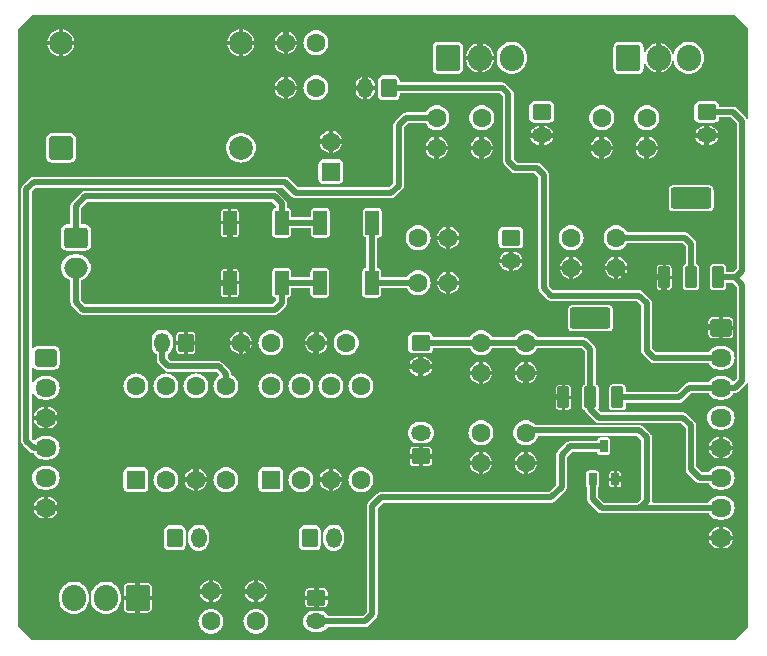
<source format=gtl>
G04*
G04 #@! TF.GenerationSoftware,Altium Limited,Altium Designer,19.0.15 (446)*
G04*
G04 Layer_Physical_Order=1*
G04 Layer_Color=255*
%FSLAX25Y25*%
%MOIN*%
G70*
G01*
G75*
G04:AMPARAMS|DCode=16|XSize=133.86mil|YSize=70.87mil|CornerRadius=7.09mil|HoleSize=0mil|Usage=FLASHONLY|Rotation=180.000|XOffset=0mil|YOffset=0mil|HoleType=Round|Shape=RoundedRectangle|*
%AMROUNDEDRECTD16*
21,1,0.13386,0.05669,0,0,180.0*
21,1,0.11969,0.07087,0,0,180.0*
1,1,0.01417,-0.05984,0.02835*
1,1,0.01417,0.05984,0.02835*
1,1,0.01417,0.05984,-0.02835*
1,1,0.01417,-0.05984,-0.02835*
%
%ADD16ROUNDEDRECTD16*%
G04:AMPARAMS|DCode=17|XSize=70.87mil|YSize=39.37mil|CornerRadius=3.94mil|HoleSize=0mil|Usage=FLASHONLY|Rotation=90.000|XOffset=0mil|YOffset=0mil|HoleType=Round|Shape=RoundedRectangle|*
%AMROUNDEDRECTD17*
21,1,0.07087,0.03150,0,0,90.0*
21,1,0.06299,0.03937,0,0,90.0*
1,1,0.00787,0.01575,0.03150*
1,1,0.00787,0.01575,-0.03150*
1,1,0.00787,-0.01575,-0.03150*
1,1,0.00787,-0.01575,0.03150*
%
%ADD17ROUNDEDRECTD17*%
G04:AMPARAMS|DCode=18|XSize=43.31mil|YSize=27.56mil|CornerRadius=2.76mil|HoleSize=0mil|Usage=FLASHONLY|Rotation=90.000|XOffset=0mil|YOffset=0mil|HoleType=Round|Shape=RoundedRectangle|*
%AMROUNDEDRECTD18*
21,1,0.04331,0.02205,0,0,90.0*
21,1,0.03780,0.02756,0,0,90.0*
1,1,0.00551,0.01102,0.01890*
1,1,0.00551,0.01102,-0.01890*
1,1,0.00551,-0.01102,-0.01890*
1,1,0.00551,-0.01102,0.01890*
%
%ADD18ROUNDEDRECTD18*%
G04:AMPARAMS|DCode=19|XSize=82.68mil|YSize=47.24mil|CornerRadius=4.72mil|HoleSize=0mil|Usage=FLASHONLY|Rotation=270.000|XOffset=0mil|YOffset=0mil|HoleType=Round|Shape=RoundedRectangle|*
%AMROUNDEDRECTD19*
21,1,0.08268,0.03780,0,0,270.0*
21,1,0.07323,0.04724,0,0,270.0*
1,1,0.00945,-0.01890,-0.03661*
1,1,0.00945,-0.01890,0.03661*
1,1,0.00945,0.01890,0.03661*
1,1,0.00945,0.01890,-0.03661*
%
%ADD19ROUNDEDRECTD19*%
%ADD39C,0.01968*%
G04:AMPARAMS|DCode=40|XSize=59.06mil|YSize=70.87mil|CornerRadius=7.38mil|HoleSize=0mil|Usage=FLASHONLY|Rotation=270.000|XOffset=0mil|YOffset=0mil|HoleType=Round|Shape=RoundedRectangle|*
%AMROUNDEDRECTD40*
21,1,0.05906,0.05610,0,0,270.0*
21,1,0.04429,0.07087,0,0,270.0*
1,1,0.01476,-0.02805,-0.02215*
1,1,0.01476,-0.02805,0.02215*
1,1,0.01476,0.02805,0.02215*
1,1,0.01476,0.02805,-0.02215*
%
%ADD40ROUNDEDRECTD40*%
%ADD41O,0.07087X0.05906*%
%ADD42O,0.06693X0.05118*%
G04:AMPARAMS|DCode=43|XSize=51.18mil|YSize=62.99mil|CornerRadius=6.4mil|HoleSize=0mil|Usage=FLASHONLY|Rotation=90.000|XOffset=0mil|YOffset=0mil|HoleType=Round|Shape=RoundedRectangle|*
%AMROUNDEDRECTD43*
21,1,0.05118,0.05020,0,0,90.0*
21,1,0.03839,0.06299,0,0,90.0*
1,1,0.01280,0.02510,0.01919*
1,1,0.01280,0.02510,-0.01919*
1,1,0.01280,-0.02510,-0.01919*
1,1,0.01280,-0.02510,0.01919*
%
%ADD43ROUNDEDRECTD43*%
%ADD44C,0.06299*%
%ADD45O,0.08071X0.08661*%
G04:AMPARAMS|DCode=46|XSize=80.71mil|YSize=86.61mil|CornerRadius=8.07mil|HoleSize=0mil|Usage=FLASHONLY|Rotation=0.000|XOffset=0mil|YOffset=0mil|HoleType=Round|Shape=RoundedRectangle|*
%AMROUNDEDRECTD46*
21,1,0.08071,0.07047,0,0,0.0*
21,1,0.06457,0.08661,0,0,0.0*
1,1,0.01614,0.03228,-0.03524*
1,1,0.01614,-0.03228,-0.03524*
1,1,0.01614,-0.03228,0.03524*
1,1,0.01614,0.03228,0.03524*
%
%ADD46ROUNDEDRECTD46*%
%ADD47O,0.05118X0.06693*%
G04:AMPARAMS|DCode=48|XSize=51.18mil|YSize=62.99mil|CornerRadius=6.4mil|HoleSize=0mil|Usage=FLASHONLY|Rotation=180.000|XOffset=0mil|YOffset=0mil|HoleType=Round|Shape=RoundedRectangle|*
%AMROUNDEDRECTD48*
21,1,0.05118,0.05020,0,0,180.0*
21,1,0.03839,0.06299,0,0,180.0*
1,1,0.01280,-0.01919,0.02510*
1,1,0.01280,0.01919,0.02510*
1,1,0.01280,0.01919,-0.02510*
1,1,0.01280,-0.01919,-0.02510*
%
%ADD48ROUNDEDRECTD48*%
G04:AMPARAMS|DCode=49|XSize=62.99mil|YSize=62.99mil|CornerRadius=6.3mil|HoleSize=0mil|Usage=FLASHONLY|Rotation=90.000|XOffset=0mil|YOffset=0mil|HoleType=Round|Shape=RoundedRectangle|*
%AMROUNDEDRECTD49*
21,1,0.06299,0.05039,0,0,90.0*
21,1,0.05039,0.06299,0,0,90.0*
1,1,0.01260,0.02520,0.02520*
1,1,0.01260,0.02520,-0.02520*
1,1,0.01260,-0.02520,-0.02520*
1,1,0.01260,-0.02520,0.02520*
%
%ADD49ROUNDEDRECTD49*%
G04:AMPARAMS|DCode=50|XSize=62.99mil|YSize=62.99mil|CornerRadius=7.87mil|HoleSize=0mil|Usage=FLASHONLY|Rotation=270.000|XOffset=0mil|YOffset=0mil|HoleType=Round|Shape=RoundedRectangle|*
%AMROUNDEDRECTD50*
21,1,0.06299,0.04724,0,0,270.0*
21,1,0.04724,0.06299,0,0,270.0*
1,1,0.01575,-0.02362,-0.02362*
1,1,0.01575,-0.02362,0.02362*
1,1,0.01575,0.02362,0.02362*
1,1,0.01575,0.02362,-0.02362*
%
%ADD50ROUNDEDRECTD50*%
%ADD51C,0.07874*%
G04:AMPARAMS|DCode=52|XSize=78.74mil|YSize=78.74mil|CornerRadius=9.84mil|HoleSize=0mil|Usage=FLASHONLY|Rotation=90.000|XOffset=0mil|YOffset=0mil|HoleType=Round|Shape=RoundedRectangle|*
%AMROUNDEDRECTD52*
21,1,0.07874,0.05906,0,0,90.0*
21,1,0.05906,0.07874,0,0,90.0*
1,1,0.01968,0.02953,0.02953*
1,1,0.01968,0.02953,-0.02953*
1,1,0.01968,-0.02953,-0.02953*
1,1,0.01968,-0.02953,0.02953*
%
%ADD52ROUNDEDRECTD52*%
%ADD53O,0.07874X0.06693*%
G04:AMPARAMS|DCode=54|XSize=66.93mil|YSize=78.74mil|CornerRadius=8.37mil|HoleSize=0mil|Usage=FLASHONLY|Rotation=270.000|XOffset=0mil|YOffset=0mil|HoleType=Round|Shape=RoundedRectangle|*
%AMROUNDEDRECTD54*
21,1,0.06693,0.06201,0,0,270.0*
21,1,0.05020,0.07874,0,0,270.0*
1,1,0.01673,-0.03100,-0.02510*
1,1,0.01673,-0.03100,0.02510*
1,1,0.01673,0.03100,0.02510*
1,1,0.01673,0.03100,-0.02510*
%
%ADD54ROUNDEDRECTD54*%
%ADD55C,0.05000*%
G36*
X244197Y204667D02*
Y174755D01*
X243697Y174655D01*
X243673Y174712D01*
X243390Y175083D01*
X240240Y178232D01*
X239870Y178516D01*
X239439Y178695D01*
X238976Y178755D01*
X234439D01*
Y178888D01*
X234383Y179316D01*
X234218Y179715D01*
X233955Y180057D01*
X233612Y180320D01*
X233213Y180485D01*
X232785Y180542D01*
X227766D01*
X227338Y180485D01*
X226939Y180320D01*
X226596Y180057D01*
X226333Y179715D01*
X226168Y179316D01*
X226112Y178888D01*
Y175049D01*
X226168Y174621D01*
X226333Y174222D01*
X226596Y173880D01*
X226939Y173617D01*
X227338Y173452D01*
X227766Y173395D01*
X232785D01*
X233213Y173452D01*
X233612Y173617D01*
X233955Y173880D01*
X234218Y174222D01*
X234383Y174621D01*
X234439Y175049D01*
Y175182D01*
X238236D01*
X240339Y173079D01*
Y124756D01*
X239181Y123598D01*
X236861D01*
Y124961D01*
X236820Y125269D01*
X236701Y125556D01*
X236512Y125803D01*
X236265Y125992D01*
X235978Y126111D01*
X235669Y126152D01*
X232520D01*
X232211Y126111D01*
X231924Y125992D01*
X231677Y125803D01*
X231488Y125556D01*
X231369Y125269D01*
X231328Y124961D01*
Y118661D01*
X231369Y118353D01*
X231488Y118066D01*
X231677Y117819D01*
X231924Y117630D01*
X232211Y117511D01*
X232520Y117470D01*
X235669D01*
X235978Y117511D01*
X236265Y117630D01*
X236512Y117819D01*
X236701Y118066D01*
X236820Y118353D01*
X236861Y118661D01*
Y120024D01*
X238866D01*
X240339Y118551D01*
Y88142D01*
X239382Y87185D01*
X238805Y87314D01*
X238399Y87809D01*
X237797Y88302D01*
X237110Y88670D01*
X236365Y88896D01*
X235591Y88972D01*
X234409D01*
X233635Y88896D01*
X232890Y88670D01*
X232203Y88302D01*
X231601Y87809D01*
X231107Y87207D01*
X230883Y86787D01*
X224291D01*
X223829Y86726D01*
X223398Y86547D01*
X223028Y86264D01*
X220362Y83598D01*
X203297D01*
Y84961D01*
X203257Y85269D01*
X203138Y85556D01*
X202948Y85803D01*
X202702Y85992D01*
X202414Y86111D01*
X202106Y86152D01*
X198957D01*
X198648Y86111D01*
X198361Y85992D01*
X198114Y85803D01*
X197925Y85556D01*
X197806Y85269D01*
X197765Y84961D01*
Y78662D01*
X197806Y78353D01*
X197925Y78066D01*
X198114Y77819D01*
X198361Y77630D01*
X198648Y77511D01*
X198957Y77470D01*
X202106D01*
X202414Y77511D01*
X202702Y77630D01*
X202948Y77819D01*
X203138Y78066D01*
X203257Y78353D01*
X203297Y78662D01*
Y80024D01*
X221102D01*
X221565Y80085D01*
X221996Y80264D01*
X222366Y80548D01*
X225032Y83213D01*
X230883D01*
X231107Y82793D01*
X231601Y82191D01*
X232203Y81697D01*
X232890Y81331D01*
X233635Y81104D01*
X234409Y81028D01*
X235591D01*
X236365Y81104D01*
X237110Y81331D01*
X237797Y81697D01*
X238399Y82191D01*
X238893Y82793D01*
X239117Y83213D01*
X239724D01*
X240187Y83274D01*
X240618Y83452D01*
X240988Y83736D01*
X243390Y86138D01*
X243673Y86508D01*
X243697Y86565D01*
X244197Y86466D01*
Y5333D01*
X239668Y803D01*
X5333D01*
X803Y5333D01*
Y204667D01*
X5333Y209197D01*
X239668D01*
X244197Y204667D01*
D02*
G37*
%LPC*%
G36*
X90750Y203681D02*
Y200750D01*
X93681D01*
X93472Y201438D01*
X93125Y202088D01*
X92658Y202658D01*
X92088Y203125D01*
X91438Y203472D01*
X90750Y203681D01*
D02*
G37*
G36*
X75750Y204476D02*
Y200750D01*
X79476D01*
X79319Y201403D01*
X79047Y202062D01*
X78674Y202670D01*
X78211Y203211D01*
X77670Y203674D01*
X77062Y204047D01*
X76403Y204319D01*
X75750Y204476D01*
D02*
G37*
G36*
X15750D02*
Y200750D01*
X19476D01*
X19319Y201403D01*
X19047Y202062D01*
X18674Y202670D01*
X18211Y203211D01*
X17670Y203674D01*
X17062Y204047D01*
X16403Y204319D01*
X15750Y204476D01*
D02*
G37*
G36*
X14250D02*
X13597Y204319D01*
X12938Y204047D01*
X12331Y203674D01*
X11789Y203211D01*
X11326Y202670D01*
X10953Y202062D01*
X10681Y201403D01*
X10524Y200750D01*
X14250D01*
Y204476D01*
D02*
G37*
G36*
X74250D02*
X73597Y204319D01*
X72938Y204047D01*
X72330Y203674D01*
X71789Y203211D01*
X71326Y202670D01*
X70953Y202062D01*
X70681Y201403D01*
X70524Y200750D01*
X74250D01*
Y204476D01*
D02*
G37*
G36*
X89250Y203681D02*
X88562Y203472D01*
X87912Y203125D01*
X87343Y202658D01*
X86875Y202088D01*
X86528Y201438D01*
X86319Y200750D01*
X89250D01*
Y203681D01*
D02*
G37*
G36*
X93681Y199250D02*
X90750D01*
Y196319D01*
X91438Y196528D01*
X92088Y196875D01*
X92658Y197343D01*
X93125Y197912D01*
X93472Y198562D01*
X93681Y199250D01*
D02*
G37*
G36*
X89250D02*
X86319D01*
X86528Y198562D01*
X86875Y197912D01*
X87343Y197343D01*
X87912Y196875D01*
X88562Y196528D01*
X89250Y196319D01*
Y199250D01*
D02*
G37*
G36*
X224291Y200346D02*
X223501Y200284D01*
X222731Y200099D01*
X221998Y199796D01*
X221322Y199382D01*
X220720Y198867D01*
X220205Y198264D01*
X219791Y197588D01*
X219488Y196856D01*
X219303Y196085D01*
X218808Y196133D01*
X218665Y196729D01*
X218387Y197402D01*
X218006Y198023D01*
X217533Y198576D01*
X216980Y199049D01*
X216359Y199430D01*
X215686Y199708D01*
X215002Y199873D01*
Y195000D01*
Y190127D01*
X215686Y190292D01*
X216359Y190570D01*
X216980Y190951D01*
X217533Y191424D01*
X218006Y191977D01*
X218387Y192598D01*
X218665Y193271D01*
X218808Y193867D01*
X219303Y193915D01*
X219488Y193144D01*
X219791Y192412D01*
X220205Y191736D01*
X220720Y191133D01*
X221322Y190618D01*
X221998Y190204D01*
X222731Y189901D01*
X223501Y189716D01*
X224291Y189654D01*
X225082Y189716D01*
X225852Y189901D01*
X226585Y190204D01*
X227260Y190618D01*
X227863Y191133D01*
X228378Y191736D01*
X228792Y192412D01*
X229095Y193144D01*
X229280Y193915D01*
X229342Y194705D01*
Y195295D01*
X229280Y196085D01*
X229095Y196856D01*
X228792Y197588D01*
X228378Y198264D01*
X227863Y198867D01*
X227260Y199382D01*
X226585Y199796D01*
X225852Y200099D01*
X225082Y200284D01*
X224291Y200346D01*
D02*
G37*
G36*
X100000Y204162D02*
X99349Y204111D01*
X98714Y203959D01*
X98110Y203709D01*
X97553Y203367D01*
X97057Y202943D01*
X96632Y202447D01*
X96291Y201890D01*
X96041Y201286D01*
X95889Y200651D01*
X95838Y200000D01*
X95889Y199349D01*
X96041Y198714D01*
X96291Y198110D01*
X96632Y197553D01*
X97057Y197057D01*
X97553Y196633D01*
X98110Y196291D01*
X98714Y196041D01*
X99349Y195889D01*
X100000Y195838D01*
X100651Y195889D01*
X101286Y196041D01*
X101890Y196291D01*
X102447Y196633D01*
X102943Y197057D01*
X103367Y197553D01*
X103709Y198110D01*
X103959Y198714D01*
X104111Y199349D01*
X104162Y200000D01*
X104111Y200651D01*
X103959Y201286D01*
X103709Y201890D01*
X103367Y202447D01*
X102943Y202943D01*
X102447Y203367D01*
X101890Y203709D01*
X101286Y203959D01*
X100651Y204111D01*
X100000Y204162D01*
D02*
G37*
G36*
X155396Y199873D02*
Y195750D01*
X159250D01*
X159229Y196021D01*
X159059Y196729D01*
X158780Y197402D01*
X158400Y198023D01*
X157927Y198576D01*
X157373Y199049D01*
X156752Y199430D01*
X156079Y199708D01*
X155396Y199873D01*
D02*
G37*
G36*
X153896D02*
X153212Y199708D01*
X152539Y199430D01*
X151918Y199049D01*
X151364Y198576D01*
X150891Y198023D01*
X150511Y197402D01*
X150232Y196729D01*
X150062Y196021D01*
X150041Y195750D01*
X153896D01*
Y199873D01*
D02*
G37*
G36*
X79476Y199250D02*
X75750D01*
Y195524D01*
X76403Y195681D01*
X77062Y195953D01*
X77670Y196326D01*
X78211Y196789D01*
X78674Y197330D01*
X79047Y197938D01*
X79319Y198597D01*
X79476Y199250D01*
D02*
G37*
G36*
X19476D02*
X15750D01*
Y195524D01*
X16403Y195681D01*
X17062Y195953D01*
X17670Y196326D01*
X18211Y196789D01*
X18674Y197330D01*
X19047Y197938D01*
X19319Y198597D01*
X19476Y199250D01*
D02*
G37*
G36*
X14250D02*
X10524D01*
X10681Y198597D01*
X10953Y197938D01*
X11326Y197330D01*
X11789Y196789D01*
X12331Y196326D01*
X12938Y195953D01*
X13597Y195681D01*
X14250Y195524D01*
Y199250D01*
D02*
G37*
G36*
X74250D02*
X70524D01*
X70681Y198597D01*
X70953Y197938D01*
X71326Y197330D01*
X71789Y196789D01*
X72330Y196326D01*
X72938Y195953D01*
X73597Y195681D01*
X74250Y195524D01*
Y199250D01*
D02*
G37*
G36*
X207441Y200346D02*
X200984D01*
X200513Y200284D01*
X200073Y200102D01*
X199695Y199812D01*
X199406Y199435D01*
X199224Y198995D01*
X199162Y198524D01*
Y191476D01*
X199224Y191005D01*
X199406Y190565D01*
X199695Y190188D01*
X200073Y189898D01*
X200513Y189716D01*
X200984Y189654D01*
X207441D01*
X207913Y189716D01*
X208352Y189898D01*
X208730Y190188D01*
X209019Y190565D01*
X209202Y191005D01*
X209264Y191476D01*
Y193525D01*
X209764Y193584D01*
X209839Y193271D01*
X210118Y192598D01*
X210498Y191977D01*
X210971Y191424D01*
X211525Y190951D01*
X212145Y190570D01*
X212818Y190292D01*
X213502Y190127D01*
Y195000D01*
Y199873D01*
X212818Y199708D01*
X212145Y199430D01*
X211525Y199049D01*
X210971Y198576D01*
X210498Y198023D01*
X210118Y197402D01*
X209839Y196729D01*
X209764Y196416D01*
X209264Y196475D01*
Y198524D01*
X209202Y198995D01*
X209019Y199435D01*
X208730Y199812D01*
X208352Y200102D01*
X207913Y200284D01*
X207441Y200346D01*
D02*
G37*
G36*
X159250Y194250D02*
X155396D01*
Y190127D01*
X156079Y190292D01*
X156752Y190570D01*
X157373Y190951D01*
X157927Y191424D01*
X158400Y191977D01*
X158780Y192598D01*
X159059Y193271D01*
X159229Y193979D01*
X159250Y194250D01*
D02*
G37*
G36*
X153896D02*
X150041D01*
X150062Y193979D01*
X150232Y193271D01*
X150511Y192598D01*
X150891Y191977D01*
X151364Y191424D01*
X151918Y190951D01*
X152539Y190570D01*
X153212Y190292D01*
X153896Y190127D01*
Y194250D01*
D02*
G37*
G36*
X165276Y200346D02*
X164485Y200284D01*
X163715Y200099D01*
X162982Y199796D01*
X162307Y199382D01*
X161704Y198867D01*
X161189Y198264D01*
X160775Y197588D01*
X160472Y196856D01*
X160287Y196085D01*
X160225Y195295D01*
Y194705D01*
X160287Y193915D01*
X160472Y193144D01*
X160775Y192412D01*
X161189Y191736D01*
X161704Y191133D01*
X162307Y190618D01*
X162982Y190204D01*
X163715Y189901D01*
X164485Y189716D01*
X165276Y189654D01*
X166066Y189716D01*
X166836Y189901D01*
X167569Y190204D01*
X168245Y190618D01*
X168847Y191133D01*
X169362Y191736D01*
X169776Y192412D01*
X170079Y193144D01*
X170264Y193915D01*
X170327Y194705D01*
Y195295D01*
X170264Y196085D01*
X170079Y196856D01*
X169776Y197588D01*
X169362Y198264D01*
X168847Y198867D01*
X168245Y199382D01*
X167569Y199796D01*
X166836Y200099D01*
X166066Y200284D01*
X165276Y200346D01*
D02*
G37*
G36*
X147244Y200346D02*
X140787D01*
X140316Y200284D01*
X139876Y200102D01*
X139499Y199812D01*
X139209Y199435D01*
X139027Y198995D01*
X138965Y198524D01*
Y191476D01*
X139027Y191005D01*
X139209Y190565D01*
X139499Y190188D01*
X139876Y189898D01*
X140316Y189716D01*
X140787Y189654D01*
X147244D01*
X147716Y189716D01*
X148155Y189898D01*
X148533Y190188D01*
X148823Y190565D01*
X149005Y191005D01*
X149067Y191476D01*
Y198524D01*
X149005Y198995D01*
X148823Y199435D01*
X148533Y199812D01*
X148155Y200102D01*
X147716Y200284D01*
X147244Y200346D01*
D02*
G37*
G36*
X90750Y188681D02*
Y185750D01*
X93681D01*
X93472Y186438D01*
X93125Y187088D01*
X92658Y187657D01*
X92088Y188125D01*
X91438Y188472D01*
X90750Y188681D01*
D02*
G37*
G36*
X117207Y188851D02*
Y185750D01*
X119621D01*
Y185787D01*
X119561Y186405D01*
X119380Y186998D01*
X119088Y187546D01*
X118694Y188025D01*
X118215Y188419D01*
X117668Y188711D01*
X117207Y188851D01*
D02*
G37*
G36*
X115707D02*
X115245Y188711D01*
X114698Y188419D01*
X114219Y188025D01*
X113825Y187546D01*
X113533Y186998D01*
X113353Y186405D01*
X113292Y185787D01*
Y185750D01*
X115707D01*
Y188851D01*
D02*
G37*
G36*
X89250Y188681D02*
X88562Y188472D01*
X87912Y188125D01*
X87343Y187657D01*
X86875Y187088D01*
X86528Y186438D01*
X86319Y185750D01*
X89250D01*
Y188681D01*
D02*
G37*
G36*
X93681Y184250D02*
X90750D01*
Y181319D01*
X91438Y181528D01*
X92088Y181875D01*
X92658Y182343D01*
X93125Y182912D01*
X93472Y183562D01*
X93681Y184250D01*
D02*
G37*
G36*
X89250D02*
X86319D01*
X86528Y183562D01*
X86875Y182912D01*
X87343Y182343D01*
X87912Y181875D01*
X88562Y181528D01*
X89250Y181319D01*
Y184250D01*
D02*
G37*
G36*
X119621D02*
X117207D01*
Y181149D01*
X117668Y181289D01*
X118215Y181581D01*
X118694Y181975D01*
X119088Y182454D01*
X119380Y183001D01*
X119561Y183595D01*
X119621Y184213D01*
Y184250D01*
D02*
G37*
G36*
X115707D02*
X113292D01*
Y184213D01*
X113353Y183595D01*
X113533Y183001D01*
X113825Y182454D01*
X114219Y181975D01*
X114698Y181581D01*
X115245Y181289D01*
X115707Y181149D01*
Y184250D01*
D02*
G37*
G36*
X100000Y189162D02*
X99349Y189111D01*
X98714Y188959D01*
X98110Y188709D01*
X97553Y188367D01*
X97057Y187943D01*
X96632Y187447D01*
X96291Y186890D01*
X96041Y186286D01*
X95889Y185651D01*
X95838Y185000D01*
X95889Y184349D01*
X96041Y183714D01*
X96291Y183110D01*
X96632Y182553D01*
X97057Y182057D01*
X97553Y181632D01*
X98110Y181291D01*
X98714Y181041D01*
X99349Y180889D01*
X100000Y180838D01*
X100651Y180889D01*
X101286Y181041D01*
X101890Y181291D01*
X102447Y181632D01*
X102943Y182057D01*
X103367Y182553D01*
X103709Y183110D01*
X103959Y183714D01*
X104111Y184349D01*
X104162Y185000D01*
X104111Y185651D01*
X103959Y186286D01*
X103709Y186890D01*
X103367Y187447D01*
X102943Y187943D01*
X102447Y188367D01*
X101890Y188709D01*
X101286Y188959D01*
X100651Y189111D01*
X100000Y189162D01*
D02*
G37*
G36*
X140276Y179162D02*
X139625Y179111D01*
X138989Y178959D01*
X138386Y178709D01*
X137829Y178367D01*
X137332Y177943D01*
X136908Y177447D01*
X136567Y176890D01*
X136524Y176787D01*
X130118D01*
X130118Y176787D01*
X129656Y176726D01*
X129403Y176621D01*
X129225Y176548D01*
X128855Y176264D01*
X126295Y173705D01*
X126012Y173334D01*
X125833Y172903D01*
X125772Y172441D01*
Y153102D01*
X124457Y151787D01*
X94047D01*
X91027Y154807D01*
X90657Y155091D01*
X90226Y155269D01*
X89764Y155330D01*
X5906D01*
X5443Y155269D01*
X5191Y155165D01*
X5012Y155091D01*
X4642Y154807D01*
X2280Y152445D01*
X1996Y152075D01*
X1817Y151644D01*
X1756Y151181D01*
Y67323D01*
X1817Y66860D01*
X1996Y66429D01*
X2280Y66059D01*
X4642Y63697D01*
X4642Y63697D01*
X5012Y63413D01*
X5443Y63235D01*
X5903Y63174D01*
X6107Y62793D01*
X6601Y62191D01*
X7203Y61698D01*
X7890Y61330D01*
X8635Y61104D01*
X9409Y61028D01*
X10591D01*
X11365Y61104D01*
X12111Y61330D01*
X12797Y61698D01*
X13399Y62191D01*
X13893Y62793D01*
X14260Y63480D01*
X14486Y64225D01*
X14562Y65000D01*
X14486Y65775D01*
X14260Y66520D01*
X13893Y67207D01*
X13399Y67809D01*
X12797Y68303D01*
X12111Y68669D01*
X11365Y68896D01*
X10591Y68972D01*
X9409D01*
X8635Y68896D01*
X7890Y68669D01*
X7203Y68303D01*
X6601Y67809D01*
X6379Y67538D01*
X5880Y67514D01*
X5330Y68063D01*
Y83186D01*
X5830Y83311D01*
X6107Y82793D01*
X6601Y82191D01*
X7203Y81697D01*
X7890Y81331D01*
X8635Y81104D01*
X9409Y81028D01*
X10591D01*
X11365Y81104D01*
X12111Y81331D01*
X12797Y81697D01*
X13399Y82191D01*
X13893Y82793D01*
X14260Y83480D01*
X14486Y84225D01*
X14562Y85000D01*
X14486Y85775D01*
X14260Y86520D01*
X13893Y87207D01*
X13399Y87809D01*
X12797Y88302D01*
X12111Y88670D01*
X11365Y88896D01*
X10591Y88972D01*
X9409D01*
X8635Y88896D01*
X7890Y88670D01*
X7203Y88302D01*
X6601Y87809D01*
X6107Y87207D01*
X5830Y86689D01*
X5330Y86814D01*
Y91539D01*
X5830Y91709D01*
X5955Y91546D01*
X6318Y91267D01*
X6741Y91092D01*
X7195Y91032D01*
X12805D01*
X13259Y91092D01*
X13682Y91267D01*
X14045Y91546D01*
X14323Y91909D01*
X14499Y92332D01*
X14558Y92785D01*
Y97215D01*
X14499Y97668D01*
X14323Y98091D01*
X14045Y98454D01*
X13682Y98733D01*
X13259Y98908D01*
X12805Y98968D01*
X7195D01*
X6741Y98908D01*
X6318Y98733D01*
X5955Y98454D01*
X5830Y98291D01*
X5330Y98461D01*
Y150441D01*
X6646Y151756D01*
X89024D01*
X92044Y148736D01*
X92414Y148452D01*
X92592Y148379D01*
X92845Y148274D01*
X93307Y148213D01*
X93307Y148213D01*
X125197D01*
X125659Y148274D01*
X126090Y148452D01*
X126460Y148736D01*
X128823Y151099D01*
X129107Y151469D01*
X129181Y151647D01*
X129285Y151900D01*
X129346Y152362D01*
Y171701D01*
X130858Y173213D01*
X136524D01*
X136567Y173110D01*
X136908Y172553D01*
X137332Y172057D01*
X137829Y171633D01*
X138386Y171291D01*
X138989Y171041D01*
X139625Y170889D01*
X140276Y170838D01*
X140927Y170889D01*
X141562Y171041D01*
X142165Y171291D01*
X142722Y171633D01*
X143219Y172057D01*
X143643Y172553D01*
X143984Y173110D01*
X144234Y173714D01*
X144387Y174349D01*
X144438Y175000D01*
X144387Y175651D01*
X144234Y176286D01*
X143984Y176890D01*
X143643Y177447D01*
X143219Y177943D01*
X142722Y178367D01*
X142165Y178709D01*
X141562Y178959D01*
X140927Y179111D01*
X140276Y179162D01*
D02*
G37*
G36*
X177785Y180542D02*
X172766D01*
X172338Y180485D01*
X171939Y180320D01*
X171596Y180057D01*
X171333Y179715D01*
X171168Y179316D01*
X171112Y178888D01*
Y175049D01*
X171168Y174621D01*
X171333Y174222D01*
X171596Y173880D01*
X171939Y173617D01*
X172338Y173452D01*
X172766Y173395D01*
X177785D01*
X178214Y173452D01*
X178612Y173617D01*
X178955Y173880D01*
X179218Y174222D01*
X179383Y174621D01*
X179439Y175049D01*
Y178888D01*
X179383Y179316D01*
X179218Y179715D01*
X178955Y180057D01*
X178612Y180320D01*
X178214Y180485D01*
X177785Y180542D01*
D02*
G37*
G36*
X210276Y179162D02*
X209624Y179111D01*
X208989Y178959D01*
X208386Y178709D01*
X207829Y178367D01*
X207332Y177943D01*
X206908Y177447D01*
X206567Y176890D01*
X206317Y176286D01*
X206164Y175651D01*
X206113Y175000D01*
X206164Y174349D01*
X206317Y173714D01*
X206567Y173110D01*
X206908Y172553D01*
X207332Y172057D01*
X207829Y171633D01*
X208386Y171291D01*
X208989Y171041D01*
X209624Y170889D01*
X210276Y170838D01*
X210927Y170889D01*
X211562Y171041D01*
X212165Y171291D01*
X212722Y171633D01*
X213219Y172057D01*
X213643Y172553D01*
X213984Y173110D01*
X214234Y173714D01*
X214387Y174349D01*
X214438Y175000D01*
X214387Y175651D01*
X214234Y176286D01*
X213984Y176890D01*
X213643Y177447D01*
X213219Y177943D01*
X212722Y178367D01*
X212165Y178709D01*
X211562Y178959D01*
X210927Y179111D01*
X210276Y179162D01*
D02*
G37*
G36*
X195276D02*
X194624Y179111D01*
X193989Y178959D01*
X193386Y178709D01*
X192829Y178367D01*
X192332Y177943D01*
X191908Y177447D01*
X191567Y176890D01*
X191317Y176286D01*
X191164Y175651D01*
X191113Y175000D01*
X191164Y174349D01*
X191317Y173714D01*
X191567Y173110D01*
X191908Y172553D01*
X192332Y172057D01*
X192829Y171633D01*
X193386Y171291D01*
X193989Y171041D01*
X194624Y170889D01*
X195276Y170838D01*
X195927Y170889D01*
X196562Y171041D01*
X197165Y171291D01*
X197722Y171633D01*
X198219Y172057D01*
X198643Y172553D01*
X198984Y173110D01*
X199234Y173714D01*
X199387Y174349D01*
X199438Y175000D01*
X199387Y175651D01*
X199234Y176286D01*
X198984Y176890D01*
X198643Y177447D01*
X198219Y177943D01*
X197722Y178367D01*
X197165Y178709D01*
X196562Y178959D01*
X195927Y179111D01*
X195276Y179162D01*
D02*
G37*
G36*
X155276D02*
X154624Y179111D01*
X153989Y178959D01*
X153386Y178709D01*
X152829Y178367D01*
X152332Y177943D01*
X151908Y177447D01*
X151567Y176890D01*
X151317Y176286D01*
X151164Y175651D01*
X151113Y175000D01*
X151164Y174349D01*
X151317Y173714D01*
X151567Y173110D01*
X151908Y172553D01*
X152332Y172057D01*
X152829Y171633D01*
X153386Y171291D01*
X153989Y171041D01*
X154624Y170889D01*
X155276Y170838D01*
X155927Y170889D01*
X156562Y171041D01*
X157165Y171291D01*
X157722Y171633D01*
X158219Y172057D01*
X158643Y172553D01*
X158984Y173110D01*
X159234Y173714D01*
X159387Y174349D01*
X159438Y175000D01*
X159387Y175651D01*
X159234Y176286D01*
X158984Y176890D01*
X158643Y177447D01*
X158219Y177943D01*
X157722Y178367D01*
X157165Y178709D01*
X156562Y178959D01*
X155927Y179111D01*
X155276Y179162D01*
D02*
G37*
G36*
X231063Y172259D02*
X231026D01*
Y169844D01*
X234127D01*
X233987Y170306D01*
X233695Y170853D01*
X233301Y171332D01*
X232821Y171726D01*
X232274Y172018D01*
X231680Y172198D01*
X231063Y172259D01*
D02*
G37*
G36*
X176063D02*
X176026D01*
Y169844D01*
X179127D01*
X178987Y170306D01*
X178694Y170853D01*
X178301Y171332D01*
X177821Y171726D01*
X177274Y172018D01*
X176680Y172198D01*
X176063Y172259D01*
D02*
G37*
G36*
X229526D02*
X229488D01*
X228871Y172198D01*
X228277Y172018D01*
X227730Y171726D01*
X227250Y171332D01*
X226857Y170853D01*
X226564Y170306D01*
X226424Y169844D01*
X229526D01*
Y172259D01*
D02*
G37*
G36*
X174526D02*
X174488D01*
X173871Y172198D01*
X173277Y172018D01*
X172730Y171726D01*
X172250Y171332D01*
X171857Y170853D01*
X171564Y170306D01*
X171424Y169844D01*
X174526D01*
Y172259D01*
D02*
G37*
G36*
X105750Y170742D02*
Y167811D01*
X108681D01*
X108472Y168499D01*
X108125Y169149D01*
X107658Y169718D01*
X107088Y170186D01*
X106438Y170533D01*
X105750Y170742D01*
D02*
G37*
G36*
X104250D02*
X103562Y170533D01*
X102912Y170186D01*
X102342Y169718D01*
X101875Y169149D01*
X101528Y168499D01*
X101319Y167811D01*
X104250D01*
Y170742D01*
D02*
G37*
G36*
X234127Y168344D02*
X231026D01*
Y165930D01*
X231063D01*
X231680Y165990D01*
X232274Y166171D01*
X232821Y166463D01*
X233301Y166857D01*
X233695Y167336D01*
X233987Y167883D01*
X234127Y168344D01*
D02*
G37*
G36*
X229526D02*
X226424D01*
X226564Y167883D01*
X226857Y167336D01*
X227250Y166857D01*
X227730Y166463D01*
X228277Y166171D01*
X228871Y165990D01*
X229488Y165930D01*
X229526D01*
Y168344D01*
D02*
G37*
G36*
X179127D02*
X176026D01*
Y165930D01*
X176063D01*
X176680Y165990D01*
X177274Y166171D01*
X177821Y166463D01*
X178301Y166857D01*
X178694Y167336D01*
X178987Y167883D01*
X179127Y168344D01*
D02*
G37*
G36*
X174526D02*
X171424D01*
X171564Y167883D01*
X171857Y167336D01*
X172250Y166857D01*
X172730Y166463D01*
X173277Y166171D01*
X173871Y165990D01*
X174488Y165930D01*
X174526D01*
Y168344D01*
D02*
G37*
G36*
X211026Y168681D02*
Y165750D01*
X213956D01*
X213748Y166438D01*
X213401Y167088D01*
X212933Y167657D01*
X212364Y168125D01*
X211714Y168472D01*
X211026Y168681D01*
D02*
G37*
G36*
X196026D02*
Y165750D01*
X198957D01*
X198748Y166438D01*
X198400Y167088D01*
X197933Y167657D01*
X197364Y168125D01*
X196714Y168472D01*
X196026Y168681D01*
D02*
G37*
G36*
X156026D02*
Y165750D01*
X158957D01*
X158748Y166438D01*
X158400Y167088D01*
X157933Y167657D01*
X157364Y168125D01*
X156714Y168472D01*
X156026Y168681D01*
D02*
G37*
G36*
X141026D02*
Y165750D01*
X143956D01*
X143748Y166438D01*
X143401Y167088D01*
X142933Y167657D01*
X142364Y168125D01*
X141714Y168472D01*
X141026Y168681D01*
D02*
G37*
G36*
X194526D02*
X193837Y168472D01*
X193188Y168125D01*
X192618Y167657D01*
X192151Y167088D01*
X191803Y166438D01*
X191595Y165750D01*
X194526D01*
Y168681D01*
D02*
G37*
G36*
X154526D02*
X153837Y168472D01*
X153188Y168125D01*
X152618Y167657D01*
X152151Y167088D01*
X151803Y166438D01*
X151595Y165750D01*
X154526D01*
Y168681D01*
D02*
G37*
G36*
X209526D02*
X208837Y168472D01*
X208188Y168125D01*
X207618Y167657D01*
X207151Y167088D01*
X206803Y166438D01*
X206595Y165750D01*
X209526D01*
Y168681D01*
D02*
G37*
G36*
X139526D02*
X138837Y168472D01*
X138188Y168125D01*
X137618Y167657D01*
X137151Y167088D01*
X136803Y166438D01*
X136595Y165750D01*
X139526D01*
Y168681D01*
D02*
G37*
G36*
X108681Y166311D02*
X105750D01*
Y163380D01*
X106438Y163589D01*
X107088Y163936D01*
X107658Y164403D01*
X108125Y164973D01*
X108472Y165623D01*
X108681Y166311D01*
D02*
G37*
G36*
X104250D02*
X101319D01*
X101528Y165623D01*
X101875Y164973D01*
X102342Y164403D01*
X102912Y163936D01*
X103562Y163589D01*
X104250Y163380D01*
Y166311D01*
D02*
G37*
G36*
X213956Y164250D02*
X211026D01*
Y161319D01*
X211714Y161528D01*
X212364Y161875D01*
X212933Y162343D01*
X213401Y162912D01*
X213748Y163562D01*
X213956Y164250D01*
D02*
G37*
G36*
X198957D02*
X196026D01*
Y161319D01*
X196714Y161528D01*
X197364Y161875D01*
X197933Y162343D01*
X198400Y162912D01*
X198748Y163562D01*
X198957Y164250D01*
D02*
G37*
G36*
X158957D02*
X156026D01*
Y161319D01*
X156714Y161528D01*
X157364Y161875D01*
X157933Y162343D01*
X158400Y162912D01*
X158748Y163562D01*
X158957Y164250D01*
D02*
G37*
G36*
X143956D02*
X141026D01*
Y161319D01*
X141714Y161528D01*
X142364Y161875D01*
X142933Y162343D01*
X143401Y162912D01*
X143748Y163562D01*
X143956Y164250D01*
D02*
G37*
G36*
X194526D02*
X191595D01*
X191803Y163562D01*
X192151Y162912D01*
X192618Y162343D01*
X193188Y161875D01*
X193837Y161528D01*
X194526Y161319D01*
Y164250D01*
D02*
G37*
G36*
X154526D02*
X151595D01*
X151803Y163562D01*
X152151Y162912D01*
X152618Y162343D01*
X153188Y161875D01*
X153837Y161528D01*
X154526Y161319D01*
Y164250D01*
D02*
G37*
G36*
X209526D02*
X206595D01*
X206803Y163562D01*
X207151Y162912D01*
X207618Y162343D01*
X208188Y161875D01*
X208837Y161528D01*
X209526Y161319D01*
Y164250D01*
D02*
G37*
G36*
X139526D02*
X136595D01*
X136803Y163562D01*
X137151Y162912D01*
X137618Y162343D01*
X138188Y161875D01*
X138837Y161528D01*
X139526Y161319D01*
Y164250D01*
D02*
G37*
G36*
X75000Y169952D02*
X74225Y169891D01*
X73470Y169710D01*
X72752Y169413D01*
X72089Y169007D01*
X71498Y168502D01*
X70994Y167911D01*
X70587Y167248D01*
X70290Y166530D01*
X70109Y165775D01*
X70048Y165000D01*
X70109Y164225D01*
X70290Y163470D01*
X70587Y162752D01*
X70994Y162089D01*
X71498Y161498D01*
X72089Y160994D01*
X72752Y160588D01*
X73470Y160290D01*
X74225Y160109D01*
X75000Y160048D01*
X75775Y160109D01*
X76530Y160290D01*
X77248Y160588D01*
X77911Y160994D01*
X78502Y161498D01*
X79006Y162089D01*
X79413Y162752D01*
X79710Y163470D01*
X79891Y164225D01*
X79952Y165000D01*
X79891Y165775D01*
X79710Y166530D01*
X79413Y167248D01*
X79006Y167911D01*
X78502Y168502D01*
X77911Y169007D01*
X77248Y169413D01*
X76530Y169710D01*
X75775Y169891D01*
X75000Y169952D01*
D02*
G37*
G36*
X17953Y169954D02*
X12047D01*
X11529Y169886D01*
X11047Y169686D01*
X10632Y169368D01*
X10314Y168953D01*
X10114Y168471D01*
X10046Y167953D01*
Y162047D01*
X10114Y161529D01*
X10314Y161047D01*
X10632Y160632D01*
X11047Y160314D01*
X11529Y160114D01*
X12047Y160046D01*
X17953D01*
X18471Y160114D01*
X18953Y160314D01*
X19368Y160632D01*
X19686Y161047D01*
X19886Y161529D01*
X19954Y162047D01*
Y167953D01*
X19886Y168471D01*
X19686Y168953D01*
X19368Y169368D01*
X18953Y169686D01*
X18471Y169886D01*
X17953Y169954D01*
D02*
G37*
G36*
X107362Y161226D02*
X102638D01*
X102171Y161164D01*
X101736Y160984D01*
X101363Y160698D01*
X101076Y160324D01*
X100896Y159890D01*
X100835Y159423D01*
Y154699D01*
X100896Y154232D01*
X101076Y153797D01*
X101363Y153424D01*
X101736Y153137D01*
X102171Y152957D01*
X102638Y152896D01*
X107362D01*
X107829Y152957D01*
X108264Y153137D01*
X108637Y153424D01*
X108923Y153797D01*
X109104Y154232D01*
X109165Y154699D01*
Y159423D01*
X109104Y159890D01*
X108923Y160324D01*
X108637Y160698D01*
X108264Y160984D01*
X107829Y161164D01*
X107362Y161226D01*
D02*
G37*
G36*
X231063Y152533D02*
X219094D01*
X218704Y152481D01*
X218340Y152330D01*
X218027Y152091D01*
X217788Y151778D01*
X217637Y151414D01*
X217585Y151024D01*
Y145354D01*
X217637Y144964D01*
X217788Y144600D01*
X218027Y144287D01*
X218340Y144048D01*
X218704Y143897D01*
X219094Y143845D01*
X231063D01*
X231453Y143897D01*
X231817Y144048D01*
X232130Y144287D01*
X232370Y144600D01*
X232521Y144964D01*
X232572Y145354D01*
Y151024D01*
X232521Y151414D01*
X232370Y151778D01*
X232130Y152091D01*
X231817Y152330D01*
X231453Y152481D01*
X231063Y152533D01*
D02*
G37*
G36*
X73228Y144653D02*
X71839D01*
Y140500D01*
X74220D01*
Y143661D01*
X74144Y144041D01*
X73929Y144362D01*
X73608Y144577D01*
X73228Y144653D01*
D02*
G37*
G36*
X70839D02*
X69449D01*
X69069Y144577D01*
X68748Y144362D01*
X68533Y144041D01*
X68457Y143661D01*
Y140500D01*
X70839D01*
Y144653D01*
D02*
G37*
G36*
X144844Y138681D02*
Y135750D01*
X147775D01*
X147567Y136438D01*
X147219Y137088D01*
X146752Y137657D01*
X146183Y138125D01*
X145533Y138472D01*
X144844Y138681D01*
D02*
G37*
G36*
X143344D02*
X142656Y138472D01*
X142007Y138125D01*
X141437Y137657D01*
X140970Y137088D01*
X140622Y136438D01*
X140414Y135750D01*
X143344D01*
Y138681D01*
D02*
G37*
G36*
X74220Y139500D02*
X71839D01*
Y135347D01*
X73228D01*
X73608Y135423D01*
X73929Y135637D01*
X74144Y135959D01*
X74220Y136339D01*
Y139500D01*
D02*
G37*
G36*
X70839D02*
X68457D01*
Y136339D01*
X68533Y135959D01*
X68748Y135637D01*
X69069Y135423D01*
X69449Y135347D01*
X70839D01*
Y139500D01*
D02*
G37*
G36*
X86221Y150606D02*
X23071D01*
X22608Y150545D01*
X22177Y150366D01*
X21807Y150083D01*
X21807Y150082D01*
X18736Y147012D01*
X18452Y146642D01*
X18274Y146211D01*
X18213Y145748D01*
Y139441D01*
X16900D01*
X16420Y139378D01*
X15973Y139193D01*
X15590Y138899D01*
X15295Y138515D01*
X15110Y138068D01*
X15047Y137589D01*
Y132569D01*
X15110Y132089D01*
X15295Y131643D01*
X15590Y131259D01*
X15973Y130965D01*
X16420Y130780D01*
X16900Y130717D01*
X23100D01*
X23580Y130780D01*
X24027Y130965D01*
X24410Y131259D01*
X24705Y131643D01*
X24890Y132089D01*
X24953Y132569D01*
Y137589D01*
X24890Y138068D01*
X24705Y138515D01*
X24410Y138899D01*
X24027Y139193D01*
X23580Y139378D01*
X23100Y139441D01*
X21787D01*
Y145008D01*
X23811Y147032D01*
X85480D01*
X86796Y145717D01*
Y144932D01*
X86772D01*
X86443Y144889D01*
X86136Y144762D01*
X85873Y144560D01*
X85671Y144297D01*
X85544Y143990D01*
X85501Y143661D01*
Y136339D01*
X85544Y136010D01*
X85671Y135703D01*
X85873Y135440D01*
X86136Y135238D01*
X86443Y135111D01*
X86772Y135068D01*
X90551D01*
X90880Y135111D01*
X91186Y135238D01*
X91450Y135440D01*
X91652Y135703D01*
X91779Y136010D01*
X91822Y136339D01*
Y138213D01*
X98318D01*
Y136339D01*
X98361Y136010D01*
X98488Y135703D01*
X98690Y135440D01*
X98953Y135238D01*
X99260Y135111D01*
X99589Y135068D01*
X103368D01*
X103697Y135111D01*
X104004Y135238D01*
X104267Y135440D01*
X104469Y135703D01*
X104596Y136010D01*
X104639Y136339D01*
Y143661D01*
X104596Y143990D01*
X104469Y144297D01*
X104267Y144560D01*
X104004Y144762D01*
X103697Y144889D01*
X103368Y144932D01*
X99589D01*
X99260Y144889D01*
X98953Y144762D01*
X98690Y144560D01*
X98488Y144297D01*
X98361Y143990D01*
X98318Y143661D01*
Y141787D01*
X91822D01*
Y143661D01*
X91779Y143990D01*
X91652Y144297D01*
X91450Y144560D01*
X91186Y144762D01*
X90880Y144889D01*
X90551Y144932D01*
X90370D01*
Y146457D01*
X90309Y146919D01*
X90204Y147172D01*
X90130Y147350D01*
X89846Y147720D01*
X87484Y150083D01*
X87114Y150366D01*
X86683Y150545D01*
X86221Y150606D01*
D02*
G37*
G36*
X167510Y138652D02*
X162490D01*
X162062Y138596D01*
X161663Y138430D01*
X161321Y138168D01*
X161058Y137825D01*
X160893Y137426D01*
X160836Y136998D01*
Y133159D01*
X160893Y132731D01*
X161058Y132333D01*
X161321Y131990D01*
X161663Y131727D01*
X162062Y131562D01*
X162490Y131506D01*
X167510D01*
X167938Y131562D01*
X168337Y131727D01*
X168679Y131990D01*
X168942Y132333D01*
X169107Y132731D01*
X169164Y133159D01*
Y136998D01*
X169107Y137426D01*
X168942Y137825D01*
X168679Y138168D01*
X168337Y138430D01*
X167938Y138596D01*
X167510Y138652D01*
D02*
G37*
G36*
X147775Y134250D02*
X144844D01*
Y131319D01*
X145533Y131528D01*
X146183Y131875D01*
X146752Y132343D01*
X147219Y132912D01*
X147567Y133562D01*
X147775Y134250D01*
D02*
G37*
G36*
X143344D02*
X140414D01*
X140622Y133562D01*
X140970Y132912D01*
X141437Y132343D01*
X142007Y131875D01*
X142656Y131528D01*
X143344Y131319D01*
Y134250D01*
D02*
G37*
G36*
X185079Y139162D02*
X184427Y139111D01*
X183792Y138959D01*
X183189Y138709D01*
X182632Y138367D01*
X182135Y137943D01*
X181711Y137447D01*
X181370Y136890D01*
X181120Y136286D01*
X180967Y135651D01*
X180916Y135000D01*
X180967Y134349D01*
X181120Y133714D01*
X181370Y133110D01*
X181711Y132553D01*
X182135Y132057D01*
X182632Y131632D01*
X183189Y131291D01*
X183792Y131041D01*
X184427Y130889D01*
X185079Y130838D01*
X185730Y130889D01*
X186365Y131041D01*
X186968Y131291D01*
X187525Y131632D01*
X188022Y132057D01*
X188446Y132553D01*
X188787Y133110D01*
X189037Y133714D01*
X189190Y134349D01*
X189241Y135000D01*
X189190Y135651D01*
X189037Y136286D01*
X188787Y136890D01*
X188446Y137447D01*
X188022Y137943D01*
X187525Y138367D01*
X186968Y138709D01*
X186365Y138959D01*
X185730Y139111D01*
X185079Y139162D01*
D02*
G37*
G36*
X134095D02*
X133443Y139111D01*
X132808Y138959D01*
X132205Y138709D01*
X131648Y138367D01*
X131151Y137943D01*
X130727Y137447D01*
X130386Y136890D01*
X130136Y136286D01*
X129983Y135651D01*
X129932Y135000D01*
X129983Y134349D01*
X130136Y133714D01*
X130386Y133110D01*
X130727Y132553D01*
X131151Y132057D01*
X131648Y131632D01*
X132205Y131291D01*
X132808Y131041D01*
X133443Y130889D01*
X134095Y130838D01*
X134746Y130889D01*
X135381Y131041D01*
X135984Y131291D01*
X136541Y131632D01*
X137038Y132057D01*
X137462Y132553D01*
X137803Y133110D01*
X138053Y133714D01*
X138206Y134349D01*
X138257Y135000D01*
X138206Y135651D01*
X138053Y136286D01*
X137803Y136890D01*
X137462Y137447D01*
X137038Y137943D01*
X136541Y138367D01*
X135984Y138709D01*
X135381Y138959D01*
X134746Y139111D01*
X134095Y139162D01*
D02*
G37*
G36*
X165787Y130369D02*
X165750D01*
Y127955D01*
X168851D01*
X168711Y128416D01*
X168419Y128963D01*
X168025Y129443D01*
X167546Y129836D01*
X166999Y130129D01*
X166405Y130309D01*
X165787Y130369D01*
D02*
G37*
G36*
X164250D02*
X164213D01*
X163595Y130309D01*
X163002Y130129D01*
X162454Y129836D01*
X161975Y129443D01*
X161581Y128963D01*
X161289Y128416D01*
X161149Y127955D01*
X164250D01*
Y130369D01*
D02*
G37*
G36*
X200829Y128681D02*
Y125750D01*
X203760D01*
X203551Y126438D01*
X203204Y127088D01*
X202736Y127657D01*
X202167Y128125D01*
X201517Y128472D01*
X200829Y128681D01*
D02*
G37*
G36*
X185829D02*
Y125750D01*
X188760D01*
X188551Y126438D01*
X188204Y127088D01*
X187736Y127657D01*
X187167Y128125D01*
X186517Y128472D01*
X185829Y128681D01*
D02*
G37*
G36*
X199329Y128681D02*
X198641Y128472D01*
X197991Y128125D01*
X197421Y127657D01*
X196954Y127088D01*
X196607Y126438D01*
X196398Y125750D01*
X199329D01*
Y128681D01*
D02*
G37*
G36*
X184329D02*
X183641Y128472D01*
X182991Y128125D01*
X182421Y127657D01*
X181954Y127088D01*
X181606Y126438D01*
X181398Y125750D01*
X184329D01*
Y128681D01*
D02*
G37*
G36*
X168851Y126455D02*
X165750D01*
Y124040D01*
X165787D01*
X166405Y124101D01*
X166999Y124281D01*
X167546Y124573D01*
X168025Y124967D01*
X168419Y125446D01*
X168711Y125994D01*
X168851Y126455D01*
D02*
G37*
G36*
X164250D02*
X161149D01*
X161289Y125994D01*
X161581Y125446D01*
X161975Y124967D01*
X162454Y124573D01*
X163002Y124281D01*
X163595Y124101D01*
X164213Y124040D01*
X164250D01*
Y126455D01*
D02*
G37*
G36*
X217638Y125872D02*
X216563D01*
Y122311D01*
X218549D01*
Y124961D01*
X218480Y125309D01*
X218282Y125605D01*
X217987Y125802D01*
X217638Y125872D01*
D02*
G37*
G36*
X215563D02*
X214488D01*
X214140Y125802D01*
X213844Y125605D01*
X213646Y125309D01*
X213577Y124961D01*
Y122311D01*
X215563D01*
Y125872D01*
D02*
G37*
G36*
X199329Y124250D02*
X196398D01*
X196607Y123562D01*
X196954Y122912D01*
X197421Y122343D01*
X197991Y121875D01*
X198641Y121528D01*
X199329Y121319D01*
Y124250D01*
D02*
G37*
G36*
X184329D02*
X181398D01*
X181606Y123562D01*
X181954Y122912D01*
X182421Y122343D01*
X182991Y121875D01*
X183641Y121528D01*
X184329Y121319D01*
Y124250D01*
D02*
G37*
G36*
X203760D02*
X200829D01*
Y121319D01*
X201517Y121528D01*
X202167Y121875D01*
X202736Y122343D01*
X203204Y122912D01*
X203551Y123562D01*
X203760Y124250D01*
D02*
G37*
G36*
X188760D02*
X185829D01*
Y121319D01*
X186517Y121528D01*
X187167Y121875D01*
X187736Y122343D01*
X188204Y122912D01*
X188551Y123562D01*
X188760Y124250D01*
D02*
G37*
G36*
X144844Y123681D02*
Y120750D01*
X147775D01*
X147567Y121438D01*
X147219Y122088D01*
X146752Y122658D01*
X146183Y123125D01*
X145533Y123472D01*
X144844Y123681D01*
D02*
G37*
G36*
X143344D02*
X142656Y123472D01*
X142007Y123125D01*
X141437Y122658D01*
X140970Y122088D01*
X140622Y121438D01*
X140414Y120750D01*
X143344D01*
Y123681D01*
D02*
G37*
G36*
X73228Y124653D02*
X71839D01*
Y120500D01*
X74220D01*
Y123661D01*
X74144Y124041D01*
X73929Y124363D01*
X73608Y124577D01*
X73228Y124653D01*
D02*
G37*
G36*
X70839D02*
X69449D01*
X69069Y124577D01*
X68748Y124363D01*
X68533Y124041D01*
X68457Y123661D01*
Y120500D01*
X70839D01*
Y124653D01*
D02*
G37*
G36*
X218549Y121311D02*
X216563D01*
Y117750D01*
X217638D01*
X217987Y117820D01*
X218282Y118017D01*
X218480Y118313D01*
X218549Y118661D01*
Y121311D01*
D02*
G37*
G36*
X215563D02*
X213577D01*
Y118661D01*
X213646Y118313D01*
X213844Y118017D01*
X214140Y117820D01*
X214488Y117750D01*
X215563D01*
Y121311D01*
D02*
G37*
G36*
X200079Y139162D02*
X199427Y139111D01*
X198792Y138959D01*
X198189Y138709D01*
X197632Y138367D01*
X197135Y137943D01*
X196711Y137447D01*
X196370Y136890D01*
X196120Y136286D01*
X195967Y135651D01*
X195916Y135000D01*
X195967Y134349D01*
X196120Y133714D01*
X196370Y133110D01*
X196711Y132553D01*
X197135Y132057D01*
X197632Y131632D01*
X198189Y131291D01*
X198792Y131041D01*
X199427Y130889D01*
X200079Y130838D01*
X200730Y130889D01*
X201365Y131041D01*
X201968Y131291D01*
X202525Y131632D01*
X203022Y132057D01*
X203446Y132553D01*
X203787Y133110D01*
X203830Y133213D01*
X222409D01*
X223292Y132331D01*
Y126124D01*
X223196Y126111D01*
X222908Y125992D01*
X222661Y125803D01*
X222472Y125556D01*
X222353Y125269D01*
X222313Y124961D01*
Y118661D01*
X222353Y118353D01*
X222472Y118066D01*
X222661Y117819D01*
X222908Y117630D01*
X223196Y117511D01*
X223504Y117470D01*
X226654D01*
X226962Y117511D01*
X227249Y117630D01*
X227496Y117819D01*
X227685Y118066D01*
X227804Y118353D01*
X227845Y118661D01*
Y124961D01*
X227804Y125269D01*
X227685Y125556D01*
X227496Y125803D01*
X227249Y125992D01*
X226962Y126111D01*
X226866Y126124D01*
Y133071D01*
X226805Y133533D01*
X226626Y133964D01*
X226342Y134334D01*
X224413Y136264D01*
X224043Y136548D01*
X223612Y136726D01*
X223149Y136787D01*
X203830D01*
X203787Y136890D01*
X203446Y137447D01*
X203022Y137943D01*
X202525Y138367D01*
X201968Y138709D01*
X201365Y138959D01*
X200730Y139111D01*
X200079Y139162D01*
D02*
G37*
G36*
X147775Y119250D02*
X144844D01*
Y116319D01*
X145533Y116528D01*
X146183Y116875D01*
X146752Y117342D01*
X147219Y117912D01*
X147567Y118562D01*
X147775Y119250D01*
D02*
G37*
G36*
X143344D02*
X140414D01*
X140622Y118562D01*
X140970Y117912D01*
X141437Y117342D01*
X142007Y116875D01*
X142656Y116528D01*
X143344Y116319D01*
Y119250D01*
D02*
G37*
G36*
X120691Y144932D02*
X116911D01*
X116583Y144889D01*
X116276Y144762D01*
X116013Y144560D01*
X115811Y144297D01*
X115684Y143990D01*
X115641Y143661D01*
Y136339D01*
X115684Y136010D01*
X115811Y135703D01*
X116013Y135440D01*
X116276Y135238D01*
X116583Y135111D01*
X116875Y135073D01*
Y124932D01*
X116772D01*
X116443Y124889D01*
X116136Y124762D01*
X115873Y124560D01*
X115671Y124297D01*
X115544Y123990D01*
X115501Y123661D01*
Y116339D01*
X115544Y116010D01*
X115671Y115703D01*
X115873Y115440D01*
X116136Y115238D01*
X116443Y115111D01*
X116772Y115068D01*
X120551D01*
X120880Y115111D01*
X121186Y115238D01*
X121450Y115440D01*
X121652Y115703D01*
X121779Y116010D01*
X121822Y116339D01*
Y118213D01*
X130343D01*
X130386Y118110D01*
X130727Y117553D01*
X131151Y117057D01*
X131648Y116632D01*
X132205Y116291D01*
X132808Y116041D01*
X133443Y115889D01*
X134095Y115838D01*
X134746Y115889D01*
X135381Y116041D01*
X135984Y116291D01*
X136541Y116632D01*
X137038Y117057D01*
X137462Y117553D01*
X137803Y118110D01*
X138053Y118714D01*
X138206Y119349D01*
X138257Y120000D01*
X138206Y120651D01*
X138053Y121286D01*
X137803Y121890D01*
X137462Y122447D01*
X137038Y122943D01*
X136541Y123368D01*
X135984Y123709D01*
X135381Y123959D01*
X134746Y124111D01*
X134095Y124162D01*
X133443Y124111D01*
X132808Y123959D01*
X132205Y123709D01*
X131648Y123368D01*
X131151Y122943D01*
X130727Y122447D01*
X130386Y121890D01*
X130343Y121787D01*
X121822D01*
Y123661D01*
X121779Y123990D01*
X121652Y124297D01*
X121450Y124560D01*
X121186Y124762D01*
X120880Y124889D01*
X120551Y124932D01*
X120448D01*
Y135068D01*
X120691D01*
X121020Y135111D01*
X121326Y135238D01*
X121590Y135440D01*
X121791Y135703D01*
X121918Y136010D01*
X121962Y136339D01*
Y143661D01*
X121918Y143990D01*
X121791Y144297D01*
X121590Y144560D01*
X121326Y144762D01*
X121020Y144889D01*
X120691Y144932D01*
D02*
G37*
G36*
X74220Y119500D02*
X71839D01*
Y115347D01*
X73228D01*
X73608Y115423D01*
X73929Y115638D01*
X74144Y115959D01*
X74220Y116339D01*
Y119500D01*
D02*
G37*
G36*
X70839D02*
X68457D01*
Y116339D01*
X68533Y115959D01*
X68748Y115638D01*
X69069Y115423D01*
X69449Y115347D01*
X70839D01*
Y119500D01*
D02*
G37*
G36*
X20591Y129439D02*
X19409D01*
X18727Y129385D01*
X18062Y129225D01*
X17430Y128963D01*
X16847Y128606D01*
X16327Y128162D01*
X15882Y127641D01*
X15525Y127058D01*
X15263Y126426D01*
X15103Y125761D01*
X15049Y125079D01*
X15103Y124397D01*
X15263Y123732D01*
X15525Y123100D01*
X15882Y122516D01*
X16327Y121996D01*
X16847Y121552D01*
X17430Y121194D01*
X18062Y120932D01*
X18213Y120896D01*
Y113465D01*
X18274Y113002D01*
X18452Y112571D01*
X18736Y112201D01*
X21177Y109760D01*
X21547Y109476D01*
X21978Y109298D01*
X22441Y109237D01*
X86299D01*
X86762Y109298D01*
X87193Y109476D01*
X87563Y109760D01*
X89925Y112122D01*
X90209Y112492D01*
X90283Y112671D01*
X90387Y112923D01*
X90448Y113386D01*
Y115068D01*
X90551D01*
X90880Y115111D01*
X91186Y115238D01*
X91450Y115440D01*
X91652Y115703D01*
X91779Y116010D01*
X91822Y116339D01*
Y118213D01*
X98178D01*
Y116339D01*
X98221Y116010D01*
X98348Y115703D01*
X98550Y115440D01*
X98813Y115238D01*
X99120Y115111D01*
X99449Y115068D01*
X103228D01*
X103557Y115111D01*
X103864Y115238D01*
X104127Y115440D01*
X104329Y115703D01*
X104456Y116010D01*
X104499Y116339D01*
Y123661D01*
X104456Y123990D01*
X104329Y124297D01*
X104127Y124560D01*
X103864Y124762D01*
X103557Y124889D01*
X103228Y124932D01*
X99449D01*
X99120Y124889D01*
X98813Y124762D01*
X98550Y124560D01*
X98348Y124297D01*
X98221Y123990D01*
X98178Y123661D01*
Y121787D01*
X91822D01*
Y123661D01*
X91779Y123990D01*
X91652Y124297D01*
X91450Y124560D01*
X91186Y124762D01*
X90880Y124889D01*
X90551Y124932D01*
X86772D01*
X86443Y124889D01*
X86136Y124762D01*
X85873Y124560D01*
X85671Y124297D01*
X85544Y123990D01*
X85501Y123661D01*
Y116339D01*
X85544Y116010D01*
X85671Y115703D01*
X85873Y115440D01*
X86136Y115238D01*
X86443Y115111D01*
X86772Y115068D01*
X86875D01*
Y114126D01*
X85559Y112811D01*
X23181D01*
X21787Y114205D01*
Y120896D01*
X21938Y120932D01*
X22570Y121194D01*
X23153Y121552D01*
X23674Y121996D01*
X24118Y122516D01*
X24475Y123100D01*
X24737Y123732D01*
X24897Y124397D01*
X24950Y125079D01*
X24897Y125761D01*
X24737Y126426D01*
X24475Y127058D01*
X24118Y127641D01*
X23674Y128162D01*
X23153Y128606D01*
X22570Y128963D01*
X21938Y129225D01*
X21273Y129385D01*
X20591Y129439D01*
D02*
G37*
G36*
X237805Y108555D02*
X235750D01*
Y105750D01*
X239145D01*
Y107215D01*
X239100Y107561D01*
X238966Y107885D01*
X238753Y108162D01*
X238475Y108375D01*
X238152Y108509D01*
X237805Y108555D01*
D02*
G37*
G36*
X234250D02*
X232195D01*
X231848Y108509D01*
X231525Y108375D01*
X231247Y108162D01*
X231034Y107885D01*
X230900Y107561D01*
X230855Y107215D01*
Y105750D01*
X234250D01*
Y108555D01*
D02*
G37*
G36*
X197500Y112532D02*
X185531D01*
X185141Y112481D01*
X184777Y112330D01*
X184464Y112091D01*
X184224Y111778D01*
X184074Y111414D01*
X184022Y111024D01*
Y105354D01*
X184074Y104964D01*
X184224Y104600D01*
X184464Y104287D01*
X184777Y104048D01*
X185141Y103897D01*
X185531Y103845D01*
X197500D01*
X197890Y103897D01*
X198254Y104048D01*
X198567Y104287D01*
X198807Y104600D01*
X198957Y104964D01*
X199009Y105354D01*
Y111024D01*
X198957Y111414D01*
X198807Y111778D01*
X198567Y112091D01*
X198254Y112330D01*
X197890Y112481D01*
X197500Y112532D01*
D02*
G37*
G36*
X170000Y104162D02*
X169349Y104111D01*
X168714Y103959D01*
X168110Y103709D01*
X167553Y103367D01*
X167057Y102943D01*
X166632Y102447D01*
X166291Y101890D01*
X166249Y101787D01*
X158751D01*
X158709Y101890D01*
X158368Y102447D01*
X157943Y102943D01*
X157447Y103367D01*
X156890Y103709D01*
X156286Y103959D01*
X155651Y104111D01*
X155000Y104162D01*
X154349Y104111D01*
X153714Y103959D01*
X153110Y103709D01*
X152553Y103367D01*
X152057Y102943D01*
X151632Y102447D01*
X151291Y101890D01*
X151249Y101787D01*
X139100D01*
Y101919D01*
X139043Y102347D01*
X138878Y102746D01*
X138615Y103089D01*
X138273Y103352D01*
X137874Y103517D01*
X137446Y103573D01*
X132426D01*
X131998Y103517D01*
X131599Y103352D01*
X131257Y103089D01*
X130994Y102746D01*
X130829Y102347D01*
X130772Y101919D01*
Y98081D01*
X130829Y97653D01*
X130994Y97254D01*
X131257Y96911D01*
X131599Y96648D01*
X131998Y96483D01*
X132426Y96427D01*
X137446D01*
X137874Y96483D01*
X138273Y96648D01*
X138615Y96911D01*
X138878Y97254D01*
X139043Y97653D01*
X139100Y98081D01*
Y98213D01*
X151249D01*
X151291Y98110D01*
X151632Y97553D01*
X152057Y97057D01*
X152553Y96632D01*
X153110Y96291D01*
X153714Y96041D01*
X154349Y95889D01*
X155000Y95838D01*
X155651Y95889D01*
X156286Y96041D01*
X156890Y96291D01*
X157447Y96632D01*
X157943Y97057D01*
X158368Y97553D01*
X158709Y98110D01*
X158751Y98213D01*
X166249D01*
X166291Y98110D01*
X166632Y97553D01*
X167057Y97057D01*
X167553Y96632D01*
X168110Y96291D01*
X168714Y96041D01*
X169349Y95889D01*
X170000Y95838D01*
X170651Y95889D01*
X171286Y96041D01*
X171890Y96291D01*
X172447Y96632D01*
X172943Y97057D01*
X173368Y97553D01*
X173709Y98110D01*
X173751Y98213D01*
X188630D01*
X189729Y97114D01*
Y86124D01*
X189632Y86111D01*
X189345Y85992D01*
X189098Y85803D01*
X188909Y85556D01*
X188790Y85269D01*
X188750Y84961D01*
Y78662D01*
X188790Y78353D01*
X188909Y78066D01*
X189098Y77819D01*
X189345Y77630D01*
X189632Y77511D01*
X189766Y77493D01*
X189790Y77313D01*
X189968Y76882D01*
X190252Y76512D01*
X193028Y73736D01*
X193398Y73453D01*
X193576Y73378D01*
X193829Y73274D01*
X194291Y73213D01*
X221780D01*
X223292Y71701D01*
Y57874D01*
X223353Y57411D01*
X223531Y56981D01*
X223815Y56611D01*
X226689Y53736D01*
X227059Y53452D01*
X227238Y53378D01*
X227490Y53274D01*
X227953Y53213D01*
X227953Y53213D01*
X230883D01*
X231107Y52793D01*
X231601Y52192D01*
X232203Y51697D01*
X232890Y51331D01*
X233635Y51104D01*
X234409Y51028D01*
X235591D01*
X236365Y51104D01*
X237110Y51331D01*
X237797Y51697D01*
X238399Y52192D01*
X238893Y52793D01*
X239260Y53480D01*
X239486Y54225D01*
X239562Y55000D01*
X239486Y55775D01*
X239260Y56520D01*
X238893Y57207D01*
X238399Y57809D01*
X237797Y58302D01*
X237110Y58670D01*
X236365Y58896D01*
X235591Y58972D01*
X234409D01*
X233635Y58896D01*
X232890Y58670D01*
X232203Y58302D01*
X231601Y57809D01*
X231107Y57207D01*
X230883Y56787D01*
X228693D01*
X226866Y58614D01*
Y72441D01*
X226866Y72441D01*
X226805Y72904D01*
X226700Y73156D01*
X226626Y73334D01*
X226342Y73705D01*
X223783Y76264D01*
X223413Y76547D01*
X222982Y76726D01*
X222520Y76787D01*
X195031D01*
X193962Y77857D01*
X194122Y78066D01*
X194241Y78353D01*
X194282Y78662D01*
Y84961D01*
X194241Y85269D01*
X194122Y85556D01*
X193933Y85803D01*
X193686Y85992D01*
X193399Y86111D01*
X193303Y86124D01*
Y97855D01*
X193242Y98317D01*
X193063Y98748D01*
X192779Y99118D01*
X192779Y99118D01*
X190634Y101264D01*
X190264Y101548D01*
X189833Y101726D01*
X189370Y101787D01*
X173751D01*
X173709Y101890D01*
X173368Y102447D01*
X172943Y102943D01*
X172447Y103367D01*
X171890Y103709D01*
X171286Y103959D01*
X170651Y104111D01*
X170000Y104162D01*
D02*
G37*
G36*
X239145Y104250D02*
X235750D01*
Y101445D01*
X237805D01*
X238152Y101491D01*
X238475Y101625D01*
X238753Y101838D01*
X238966Y102115D01*
X239100Y102439D01*
X239145Y102785D01*
Y104250D01*
D02*
G37*
G36*
X234250D02*
X230855D01*
Y102785D01*
X230900Y102439D01*
X231034Y102115D01*
X231247Y101838D01*
X231525Y101625D01*
X231848Y101491D01*
X232195Y101445D01*
X234250D01*
Y104250D01*
D02*
G37*
G36*
X75750Y103681D02*
Y100750D01*
X78681D01*
X78472Y101438D01*
X78125Y102088D01*
X77658Y102657D01*
X77088Y103125D01*
X76438Y103472D01*
X75750Y103681D01*
D02*
G37*
G36*
X100890D02*
Y100750D01*
X103821D01*
X103612Y101438D01*
X103265Y102088D01*
X102797Y102657D01*
X102228Y103125D01*
X101578Y103472D01*
X100890Y103681D01*
D02*
G37*
G36*
X58608Y103751D02*
X57438D01*
Y100750D01*
X59848D01*
Y102510D01*
X59806Y102831D01*
X59682Y103130D01*
X59485Y103387D01*
X59228Y103585D01*
X58929Y103709D01*
X58608Y103751D01*
D02*
G37*
G36*
X55938D02*
X54769D01*
X54448Y103709D01*
X54148Y103585D01*
X53891Y103387D01*
X53694Y103130D01*
X53570Y102831D01*
X53528Y102510D01*
Y100750D01*
X55938D01*
Y103751D01*
D02*
G37*
G36*
X74250Y103681D02*
X73562Y103472D01*
X72912Y103125D01*
X72342Y102657D01*
X71875Y102088D01*
X71528Y101438D01*
X71319Y100750D01*
X74250D01*
Y103681D01*
D02*
G37*
G36*
X99390D02*
X98702Y103472D01*
X98052Y103125D01*
X97482Y102657D01*
X97015Y102088D01*
X96668Y101438D01*
X96459Y100750D01*
X99390D01*
Y103681D01*
D02*
G37*
G36*
X103821Y99250D02*
X100890D01*
Y96319D01*
X101578Y96528D01*
X102228Y96875D01*
X102797Y97342D01*
X103265Y97912D01*
X103612Y98562D01*
X103821Y99250D01*
D02*
G37*
G36*
X78681D02*
X75750D01*
Y96319D01*
X76438Y96528D01*
X77088Y96875D01*
X77658Y97342D01*
X78125Y97912D01*
X78472Y98562D01*
X78681Y99250D01*
D02*
G37*
G36*
X99390D02*
X96459D01*
X96668Y98562D01*
X97015Y97912D01*
X97482Y97342D01*
X98052Y96875D01*
X98702Y96528D01*
X99390Y96319D01*
Y99250D01*
D02*
G37*
G36*
X74250D02*
X71319D01*
X71528Y98562D01*
X71875Y97912D01*
X72342Y97342D01*
X72912Y96875D01*
X73562Y96528D01*
X74250Y96319D01*
Y99250D01*
D02*
G37*
G36*
X59848D02*
X57438D01*
Y96249D01*
X58608D01*
X58929Y96292D01*
X59228Y96416D01*
X59485Y96613D01*
X59682Y96870D01*
X59806Y97169D01*
X59848Y97490D01*
Y99250D01*
D02*
G37*
G36*
X55938D02*
X53528D01*
Y97490D01*
X53570Y97169D01*
X53694Y96870D01*
X53891Y96613D01*
X54148Y96416D01*
X54448Y96292D01*
X54769Y96249D01*
X55938D01*
Y99250D01*
D02*
G37*
G36*
X110140Y104162D02*
X109489Y104111D01*
X108853Y103959D01*
X108250Y103709D01*
X107693Y103367D01*
X107196Y102943D01*
X106772Y102447D01*
X106431Y101890D01*
X106181Y101286D01*
X106029Y100651D01*
X105977Y100000D01*
X106029Y99349D01*
X106181Y98714D01*
X106431Y98110D01*
X106772Y97553D01*
X107196Y97057D01*
X107693Y96632D01*
X108250Y96291D01*
X108853Y96041D01*
X109489Y95889D01*
X110140Y95838D01*
X110791Y95889D01*
X111426Y96041D01*
X112030Y96291D01*
X112586Y96632D01*
X113083Y97057D01*
X113507Y97553D01*
X113849Y98110D01*
X114099Y98714D01*
X114251Y99349D01*
X114302Y100000D01*
X114251Y100651D01*
X114099Y101286D01*
X113849Y101890D01*
X113507Y102447D01*
X113083Y102943D01*
X112586Y103367D01*
X112030Y103709D01*
X111426Y103959D01*
X110791Y104111D01*
X110140Y104162D01*
D02*
G37*
G36*
X85000D02*
X84349Y104111D01*
X83714Y103959D01*
X83110Y103709D01*
X82553Y103367D01*
X82057Y102943D01*
X81633Y102447D01*
X81291Y101890D01*
X81041Y101286D01*
X80889Y100651D01*
X80838Y100000D01*
X80889Y99349D01*
X81041Y98714D01*
X81291Y98110D01*
X81633Y97553D01*
X82057Y97057D01*
X82553Y96632D01*
X83110Y96291D01*
X83714Y96041D01*
X84349Y95889D01*
X85000Y95838D01*
X85651Y95889D01*
X86286Y96041D01*
X86890Y96291D01*
X87447Y96632D01*
X87943Y97057D01*
X88367Y97553D01*
X88709Y98110D01*
X88959Y98714D01*
X89111Y99349D01*
X89162Y100000D01*
X89111Y100651D01*
X88959Y101286D01*
X88709Y101890D01*
X88367Y102447D01*
X87943Y102943D01*
X87447Y103367D01*
X86890Y103709D01*
X86286Y103959D01*
X85651Y104111D01*
X85000Y104162D01*
D02*
G37*
G36*
X135723Y95291D02*
X135686D01*
Y92876D01*
X138787D01*
X138647Y93337D01*
X138355Y93884D01*
X137961Y94364D01*
X137482Y94757D01*
X136934Y95050D01*
X136341Y95230D01*
X135723Y95291D01*
D02*
G37*
G36*
X134186D02*
X134149D01*
X133531Y95230D01*
X132938Y95050D01*
X132390Y94757D01*
X131911Y94364D01*
X131517Y93884D01*
X131225Y93337D01*
X131085Y92876D01*
X134186D01*
Y95291D01*
D02*
G37*
G36*
X126250Y189164D02*
X122411D01*
X121983Y189107D01*
X121584Y188942D01*
X121242Y188679D01*
X120979Y188337D01*
X120814Y187938D01*
X120757Y187510D01*
Y182490D01*
X120814Y182062D01*
X120979Y181663D01*
X121242Y181321D01*
X121584Y181058D01*
X121983Y180893D01*
X122411Y180836D01*
X126250D01*
X126678Y180893D01*
X127077Y181058D01*
X127419Y181321D01*
X127682Y181663D01*
X127847Y182062D01*
X127904Y182490D01*
Y183213D01*
X161504D01*
X162386Y182331D01*
Y160630D01*
X162447Y160167D01*
X162626Y159736D01*
X162910Y159366D01*
X165272Y157004D01*
X165272Y157004D01*
X165642Y156720D01*
X166073Y156542D01*
X166535Y156481D01*
X166535Y156481D01*
X172882D01*
X174197Y155165D01*
Y118110D01*
X174258Y117648D01*
X174437Y117217D01*
X174721Y116847D01*
X177083Y114485D01*
X177453Y114200D01*
X177631Y114127D01*
X177884Y114022D01*
X178347Y113961D01*
X207134D01*
X208449Y112646D01*
Y97362D01*
X208510Y96900D01*
X208689Y96469D01*
X208973Y96099D01*
X211335Y93736D01*
X211705Y93453D01*
X211883Y93379D01*
X212136Y93274D01*
X212598Y93213D01*
X230883D01*
X231107Y92793D01*
X231601Y92191D01*
X232203Y91698D01*
X232890Y91330D01*
X233635Y91104D01*
X234409Y91028D01*
X235591D01*
X236365Y91104D01*
X237110Y91330D01*
X237797Y91698D01*
X238399Y92191D01*
X238893Y92793D01*
X239260Y93480D01*
X239486Y94225D01*
X239562Y95000D01*
X239486Y95775D01*
X239260Y96520D01*
X238893Y97207D01*
X238399Y97808D01*
X237797Y98303D01*
X237110Y98669D01*
X236365Y98896D01*
X235591Y98972D01*
X234409D01*
X233635Y98896D01*
X232890Y98669D01*
X232203Y98303D01*
X231601Y97808D01*
X231107Y97207D01*
X230883Y96787D01*
X213339D01*
X212023Y98102D01*
Y113386D01*
X212023Y113386D01*
X211962Y113848D01*
X211784Y114279D01*
X211500Y114649D01*
X211500Y114649D01*
X209138Y117012D01*
X208768Y117296D01*
X208336Y117474D01*
X207874Y117535D01*
X179087D01*
X177771Y118850D01*
Y155905D01*
X177710Y156368D01*
X177606Y156621D01*
X177532Y156799D01*
X177248Y157169D01*
X174886Y159531D01*
X174515Y159815D01*
X174084Y159994D01*
X173622Y160055D01*
X167276D01*
X165960Y161370D01*
Y183071D01*
X165899Y183533D01*
X165721Y183964D01*
X165437Y184334D01*
X163508Y186264D01*
X163138Y186548D01*
X162707Y186726D01*
X162244Y186787D01*
X127904D01*
Y187510D01*
X127847Y187938D01*
X127682Y188337D01*
X127419Y188679D01*
X127077Y188942D01*
X126678Y189107D01*
X126250Y189164D01*
D02*
G37*
G36*
X170750Y93681D02*
Y90750D01*
X173681D01*
X173472Y91438D01*
X173125Y92088D01*
X172658Y92658D01*
X172088Y93125D01*
X171438Y93472D01*
X170750Y93681D01*
D02*
G37*
G36*
X155750D02*
Y90750D01*
X158681D01*
X158472Y91438D01*
X158125Y92088D01*
X157658Y92658D01*
X157088Y93125D01*
X156438Y93472D01*
X155750Y93681D01*
D02*
G37*
G36*
X169250D02*
X168562Y93472D01*
X167912Y93125D01*
X167342Y92658D01*
X166875Y92088D01*
X166528Y91438D01*
X166319Y90750D01*
X169250D01*
Y93681D01*
D02*
G37*
G36*
X154250D02*
X153562Y93472D01*
X152912Y93125D01*
X152342Y92658D01*
X151875Y92088D01*
X151528Y91438D01*
X151319Y90750D01*
X154250D01*
Y93681D01*
D02*
G37*
G36*
X138787Y91376D02*
X135686D01*
Y88961D01*
X135723D01*
X136341Y89022D01*
X136934Y89202D01*
X137482Y89495D01*
X137961Y89888D01*
X138355Y90368D01*
X138647Y90915D01*
X138787Y91376D01*
D02*
G37*
G36*
X134186D02*
X131085D01*
X131225Y90915D01*
X131517Y90368D01*
X131911Y89888D01*
X132390Y89495D01*
X132938Y89202D01*
X133531Y89022D01*
X134149Y88961D01*
X134186D01*
Y91376D01*
D02*
G37*
G36*
X158681Y89250D02*
X155750D01*
Y86319D01*
X156438Y86528D01*
X157088Y86875D01*
X157658Y87343D01*
X158125Y87912D01*
X158472Y88562D01*
X158681Y89250D01*
D02*
G37*
G36*
X173681D02*
X170750D01*
Y86319D01*
X171438Y86528D01*
X172088Y86875D01*
X172658Y87343D01*
X173125Y87912D01*
X173472Y88562D01*
X173681Y89250D01*
D02*
G37*
G36*
X169250D02*
X166319D01*
X166528Y88562D01*
X166875Y87912D01*
X167342Y87343D01*
X167912Y86875D01*
X168562Y86528D01*
X169250Y86319D01*
Y89250D01*
D02*
G37*
G36*
X154250D02*
X151319D01*
X151528Y88562D01*
X151875Y87912D01*
X152342Y87343D01*
X152912Y86875D01*
X153562Y86528D01*
X154250Y86319D01*
Y89250D01*
D02*
G37*
G36*
X184075Y85872D02*
X183000D01*
Y82311D01*
X184986D01*
Y84961D01*
X184917Y85309D01*
X184719Y85605D01*
X184423Y85803D01*
X184075Y85872D01*
D02*
G37*
G36*
X182000D02*
X180925D01*
X180576Y85803D01*
X180281Y85605D01*
X180083Y85309D01*
X180014Y84961D01*
Y82311D01*
X182000D01*
Y85872D01*
D02*
G37*
G36*
X115000Y89792D02*
X114349Y89741D01*
X113714Y89589D01*
X113110Y89339D01*
X112553Y88998D01*
X112057Y88573D01*
X111633Y88077D01*
X111291Y87520D01*
X111041Y86916D01*
X110889Y86281D01*
X110838Y85630D01*
X110889Y84979D01*
X111041Y84344D01*
X111291Y83740D01*
X111633Y83183D01*
X112057Y82687D01*
X112553Y82262D01*
X113110Y81921D01*
X113714Y81671D01*
X114349Y81519D01*
X115000Y81468D01*
X115651Y81519D01*
X116286Y81671D01*
X116890Y81921D01*
X117447Y82262D01*
X117943Y82687D01*
X118368Y83183D01*
X118709Y83740D01*
X118959Y84344D01*
X119111Y84979D01*
X119162Y85630D01*
X119111Y86281D01*
X118959Y86916D01*
X118709Y87520D01*
X118368Y88077D01*
X117943Y88573D01*
X117447Y88998D01*
X116890Y89339D01*
X116286Y89589D01*
X115651Y89741D01*
X115000Y89792D01*
D02*
G37*
G36*
X105000D02*
X104349Y89741D01*
X103714Y89589D01*
X103110Y89339D01*
X102553Y88998D01*
X102057Y88573D01*
X101632Y88077D01*
X101291Y87520D01*
X101041Y86916D01*
X100889Y86281D01*
X100838Y85630D01*
X100889Y84979D01*
X101041Y84344D01*
X101291Y83740D01*
X101632Y83183D01*
X102057Y82687D01*
X102553Y82262D01*
X103110Y81921D01*
X103714Y81671D01*
X104349Y81519D01*
X105000Y81468D01*
X105651Y81519D01*
X106286Y81671D01*
X106890Y81921D01*
X107447Y82262D01*
X107943Y82687D01*
X108368Y83183D01*
X108709Y83740D01*
X108959Y84344D01*
X109111Y84979D01*
X109162Y85630D01*
X109111Y86281D01*
X108959Y86916D01*
X108709Y87520D01*
X108368Y88077D01*
X107943Y88573D01*
X107447Y88998D01*
X106890Y89339D01*
X106286Y89589D01*
X105651Y89741D01*
X105000Y89792D01*
D02*
G37*
G36*
X95000D02*
X94349Y89741D01*
X93714Y89589D01*
X93110Y89339D01*
X92553Y88998D01*
X92057Y88573D01*
X91632Y88077D01*
X91291Y87520D01*
X91041Y86916D01*
X90889Y86281D01*
X90838Y85630D01*
X90889Y84979D01*
X91041Y84344D01*
X91291Y83740D01*
X91632Y83183D01*
X92057Y82687D01*
X92553Y82262D01*
X93110Y81921D01*
X93714Y81671D01*
X94349Y81519D01*
X95000Y81468D01*
X95651Y81519D01*
X96286Y81671D01*
X96890Y81921D01*
X97447Y82262D01*
X97943Y82687D01*
X98368Y83183D01*
X98709Y83740D01*
X98959Y84344D01*
X99111Y84979D01*
X99162Y85630D01*
X99111Y86281D01*
X98959Y86916D01*
X98709Y87520D01*
X98368Y88077D01*
X97943Y88573D01*
X97447Y88998D01*
X96890Y89339D01*
X96286Y89589D01*
X95651Y89741D01*
X95000Y89792D01*
D02*
G37*
G36*
X85000D02*
X84349Y89741D01*
X83714Y89589D01*
X83110Y89339D01*
X82553Y88998D01*
X82057Y88573D01*
X81633Y88077D01*
X81291Y87520D01*
X81041Y86916D01*
X80889Y86281D01*
X80838Y85630D01*
X80889Y84979D01*
X81041Y84344D01*
X81291Y83740D01*
X81633Y83183D01*
X82057Y82687D01*
X82553Y82262D01*
X83110Y81921D01*
X83714Y81671D01*
X84349Y81519D01*
X85000Y81468D01*
X85651Y81519D01*
X86286Y81671D01*
X86890Y81921D01*
X87447Y82262D01*
X87943Y82687D01*
X88367Y83183D01*
X88709Y83740D01*
X88959Y84344D01*
X89111Y84979D01*
X89162Y85630D01*
X89111Y86281D01*
X88959Y86916D01*
X88709Y87520D01*
X88367Y88077D01*
X87943Y88573D01*
X87447Y88998D01*
X86890Y89339D01*
X86286Y89589D01*
X85651Y89741D01*
X85000Y89792D01*
D02*
G37*
G36*
X48814Y104364D02*
X48116Y104295D01*
X47445Y104091D01*
X46827Y103761D01*
X46285Y103316D01*
X45840Y102774D01*
X45510Y102156D01*
X45307Y101485D01*
X45238Y100787D01*
Y99213D01*
X45307Y98515D01*
X45510Y97844D01*
X45840Y97226D01*
X46285Y96684D01*
X46827Y96239D01*
X47027Y96132D01*
Y94099D01*
X47088Y93637D01*
X47267Y93206D01*
X47550Y92836D01*
X49524Y90862D01*
X49894Y90578D01*
X50072Y90504D01*
X50325Y90400D01*
X50787Y90339D01*
X66819D01*
X67644Y89514D01*
X67602Y89158D01*
X67499Y88951D01*
X67057Y88573D01*
X66632Y88077D01*
X66291Y87520D01*
X66041Y86916D01*
X65889Y86281D01*
X65838Y85630D01*
X65889Y84979D01*
X66041Y84344D01*
X66291Y83740D01*
X66632Y83183D01*
X67057Y82687D01*
X67553Y82262D01*
X68110Y81921D01*
X68714Y81671D01*
X69349Y81519D01*
X70000Y81468D01*
X70651Y81519D01*
X71286Y81671D01*
X71890Y81921D01*
X72447Y82262D01*
X72943Y82687D01*
X73368Y83183D01*
X73709Y83740D01*
X73959Y84344D01*
X74111Y84979D01*
X74162Y85630D01*
X74111Y86281D01*
X73959Y86916D01*
X73709Y87520D01*
X73368Y88077D01*
X72943Y88573D01*
X72447Y88998D01*
X71890Y89339D01*
X71787Y89381D01*
Y89685D01*
X71726Y90148D01*
X71548Y90579D01*
X71264Y90949D01*
X68823Y93389D01*
X68453Y93673D01*
X68022Y93852D01*
X67559Y93913D01*
X51528D01*
X50601Y94840D01*
Y96132D01*
X50801Y96239D01*
X51343Y96684D01*
X51788Y97226D01*
X52118Y97844D01*
X52322Y98515D01*
X52390Y99213D01*
Y100787D01*
X52322Y101485D01*
X52118Y102156D01*
X51788Y102774D01*
X51343Y103316D01*
X50801Y103761D01*
X50183Y104091D01*
X49512Y104295D01*
X48814Y104364D01*
D02*
G37*
G36*
X60000Y89792D02*
X59349Y89741D01*
X58714Y89589D01*
X58110Y89339D01*
X57553Y88998D01*
X57057Y88573D01*
X56633Y88077D01*
X56291Y87520D01*
X56041Y86916D01*
X55889Y86281D01*
X55838Y85630D01*
X55889Y84979D01*
X56041Y84344D01*
X56291Y83740D01*
X56633Y83183D01*
X57057Y82687D01*
X57553Y82262D01*
X58110Y81921D01*
X58714Y81671D01*
X59349Y81519D01*
X60000Y81468D01*
X60651Y81519D01*
X61286Y81671D01*
X61890Y81921D01*
X62447Y82262D01*
X62943Y82687D01*
X63367Y83183D01*
X63709Y83740D01*
X63959Y84344D01*
X64111Y84979D01*
X64162Y85630D01*
X64111Y86281D01*
X63959Y86916D01*
X63709Y87520D01*
X63367Y88077D01*
X62943Y88573D01*
X62447Y88998D01*
X61890Y89339D01*
X61286Y89589D01*
X60651Y89741D01*
X60000Y89792D01*
D02*
G37*
G36*
X50000D02*
X49349Y89741D01*
X48714Y89589D01*
X48110Y89339D01*
X47553Y88998D01*
X47057Y88573D01*
X46633Y88077D01*
X46291Y87520D01*
X46041Y86916D01*
X45889Y86281D01*
X45838Y85630D01*
X45889Y84979D01*
X46041Y84344D01*
X46291Y83740D01*
X46633Y83183D01*
X47057Y82687D01*
X47553Y82262D01*
X48110Y81921D01*
X48714Y81671D01*
X49349Y81519D01*
X50000Y81468D01*
X50651Y81519D01*
X51286Y81671D01*
X51890Y81921D01*
X52447Y82262D01*
X52943Y82687D01*
X53368Y83183D01*
X53709Y83740D01*
X53959Y84344D01*
X54111Y84979D01*
X54162Y85630D01*
X54111Y86281D01*
X53959Y86916D01*
X53709Y87520D01*
X53368Y88077D01*
X52943Y88573D01*
X52447Y88998D01*
X51890Y89339D01*
X51286Y89589D01*
X50651Y89741D01*
X50000Y89792D01*
D02*
G37*
G36*
X40000D02*
X39349Y89741D01*
X38714Y89589D01*
X38110Y89339D01*
X37553Y88998D01*
X37057Y88573D01*
X36632Y88077D01*
X36291Y87520D01*
X36041Y86916D01*
X35889Y86281D01*
X35838Y85630D01*
X35889Y84979D01*
X36041Y84344D01*
X36291Y83740D01*
X36632Y83183D01*
X37057Y82687D01*
X37553Y82262D01*
X38110Y81921D01*
X38714Y81671D01*
X39349Y81519D01*
X40000Y81468D01*
X40651Y81519D01*
X41286Y81671D01*
X41890Y81921D01*
X42447Y82262D01*
X42943Y82687D01*
X43367Y83183D01*
X43709Y83740D01*
X43959Y84344D01*
X44111Y84979D01*
X44162Y85630D01*
X44111Y86281D01*
X43959Y86916D01*
X43709Y87520D01*
X43367Y88077D01*
X42943Y88573D01*
X42447Y88998D01*
X41890Y89339D01*
X41286Y89589D01*
X40651Y89741D01*
X40000Y89792D01*
D02*
G37*
G36*
X184986Y81311D02*
X183000D01*
Y77750D01*
X184075D01*
X184423Y77820D01*
X184719Y78017D01*
X184917Y78313D01*
X184986Y78662D01*
Y81311D01*
D02*
G37*
G36*
X182000D02*
X180014D01*
Y78662D01*
X180083Y78313D01*
X180281Y78017D01*
X180576Y77820D01*
X180925Y77750D01*
X182000D01*
Y81311D01*
D02*
G37*
G36*
X10750Y78545D02*
Y75750D01*
X14066D01*
X13880Y76363D01*
X13551Y76978D01*
X13108Y77518D01*
X12569Y77960D01*
X11953Y78289D01*
X11285Y78492D01*
X10750Y78545D01*
D02*
G37*
G36*
X9250D02*
X8715Y78492D01*
X8047Y78289D01*
X7431Y77960D01*
X6892Y77518D01*
X6449Y76978D01*
X6120Y76363D01*
X5934Y75750D01*
X9250D01*
Y78545D01*
D02*
G37*
G36*
X14066Y74250D02*
X10750D01*
Y71455D01*
X11285Y71508D01*
X11953Y71711D01*
X12569Y72040D01*
X13108Y72482D01*
X13551Y73022D01*
X13880Y73637D01*
X14066Y74250D01*
D02*
G37*
G36*
X9250D02*
X5934D01*
X6120Y73637D01*
X6449Y73022D01*
X6892Y72482D01*
X7431Y72040D01*
X8047Y71711D01*
X8715Y71508D01*
X9250Y71455D01*
Y74250D01*
D02*
G37*
G36*
X235591Y78972D02*
X234409D01*
X233635Y78896D01*
X232890Y78670D01*
X232203Y78303D01*
X231601Y77808D01*
X231107Y77207D01*
X230740Y76520D01*
X230514Y75775D01*
X230438Y75000D01*
X230514Y74225D01*
X230740Y73480D01*
X231107Y72793D01*
X231601Y72192D01*
X232203Y71697D01*
X232890Y71330D01*
X233635Y71104D01*
X234409Y71028D01*
X235591D01*
X236365Y71104D01*
X237110Y71330D01*
X237797Y71697D01*
X238399Y72192D01*
X238893Y72793D01*
X239260Y73480D01*
X239486Y74225D01*
X239562Y75000D01*
X239486Y75775D01*
X239260Y76520D01*
X238893Y77207D01*
X238399Y77808D01*
X237797Y78303D01*
X237110Y78670D01*
X236365Y78896D01*
X235591Y78972D01*
D02*
G37*
G36*
X135787Y73576D02*
X134213D01*
X133515Y73508D01*
X132844Y73304D01*
X132226Y72974D01*
X131684Y72529D01*
X131239Y71987D01*
X130909Y71369D01*
X130705Y70698D01*
X130636Y70000D01*
X130705Y69302D01*
X130909Y68631D01*
X131239Y68013D01*
X131684Y67471D01*
X132226Y67026D01*
X132844Y66696D01*
X133515Y66492D01*
X134213Y66424D01*
X135787D01*
X136485Y66492D01*
X137156Y66696D01*
X137774Y67026D01*
X138316Y67471D01*
X138761Y68013D01*
X139091Y68631D01*
X139295Y69302D01*
X139364Y70000D01*
X139295Y70698D01*
X139091Y71369D01*
X138761Y71987D01*
X138316Y72529D01*
X137774Y72974D01*
X137156Y73304D01*
X136485Y73508D01*
X135787Y73576D01*
D02*
G37*
G36*
X155000Y74162D02*
X154349Y74111D01*
X153714Y73959D01*
X153110Y73709D01*
X152553Y73368D01*
X152057Y72943D01*
X151632Y72447D01*
X151291Y71890D01*
X151041Y71286D01*
X150889Y70651D01*
X150838Y70000D01*
X150889Y69349D01*
X151041Y68714D01*
X151291Y68110D01*
X151632Y67553D01*
X152057Y67057D01*
X152553Y66632D01*
X153110Y66291D01*
X153714Y66041D01*
X154349Y65889D01*
X155000Y65838D01*
X155651Y65889D01*
X156286Y66041D01*
X156890Y66291D01*
X157447Y66632D01*
X157943Y67057D01*
X158368Y67553D01*
X158709Y68110D01*
X158959Y68714D01*
X159111Y69349D01*
X159162Y70000D01*
X159111Y70651D01*
X158959Y71286D01*
X158709Y71890D01*
X158368Y72447D01*
X157943Y72943D01*
X157447Y73368D01*
X156890Y73709D01*
X156286Y73959D01*
X155651Y74111D01*
X155000Y74162D01*
D02*
G37*
G36*
X235750Y68545D02*
Y65750D01*
X239066D01*
X238880Y66363D01*
X238551Y66978D01*
X238108Y67518D01*
X237569Y67960D01*
X236953Y68289D01*
X236285Y68492D01*
X235750Y68545D01*
D02*
G37*
G36*
X234250D02*
X233715Y68492D01*
X233047Y68289D01*
X232431Y67960D01*
X231892Y67518D01*
X231449Y66978D01*
X231120Y66363D01*
X230934Y65750D01*
X234250D01*
Y68545D01*
D02*
G37*
G36*
X137510Y65286D02*
X135750D01*
Y62876D01*
X138751D01*
Y64045D01*
X138708Y64367D01*
X138584Y64666D01*
X138387Y64923D01*
X138130Y65120D01*
X137831Y65244D01*
X137510Y65286D01*
D02*
G37*
G36*
X134250D02*
X132490D01*
X132169Y65244D01*
X131870Y65120D01*
X131613Y64923D01*
X131415Y64666D01*
X131291Y64367D01*
X131249Y64045D01*
Y62876D01*
X134250D01*
Y65286D01*
D02*
G37*
G36*
X197087Y68474D02*
X194882D01*
X194604Y68437D01*
X194346Y68330D01*
X194124Y68160D01*
X193953Y67938D01*
X193846Y67679D01*
X193810Y67402D01*
Y67299D01*
X184803D01*
X184341Y67238D01*
X183910Y67059D01*
X183540Y66775D01*
X180626Y63862D01*
X180342Y63492D01*
X180164Y63061D01*
X180103Y62598D01*
Y52709D01*
X177606Y50212D01*
X121654D01*
X121653Y50212D01*
X121191Y50151D01*
X120939Y50047D01*
X120760Y49973D01*
X120390Y49689D01*
X117538Y46836D01*
X117254Y46466D01*
X117075Y46035D01*
X117014Y45573D01*
Y10189D01*
X115738Y8913D01*
X104008D01*
X103901Y9113D01*
X103456Y9655D01*
X102914Y10099D01*
X102296Y10430D01*
X101625Y10633D01*
X100927Y10702D01*
X99352D01*
X98655Y10633D01*
X97984Y10430D01*
X97365Y10099D01*
X96824Y9655D01*
X96379Y9113D01*
X96048Y8494D01*
X95845Y7824D01*
X95776Y7126D01*
X95845Y6428D01*
X96048Y5757D01*
X96379Y5139D01*
X96824Y4597D01*
X97365Y4152D01*
X97984Y3822D01*
X98655Y3618D01*
X99352Y3550D01*
X100927D01*
X101625Y3618D01*
X102296Y3822D01*
X102914Y4152D01*
X103456Y4597D01*
X103901Y5139D01*
X104008Y5339D01*
X116478D01*
X116941Y5400D01*
X117372Y5578D01*
X117742Y5862D01*
X120065Y8185D01*
X120065Y8185D01*
X120349Y8555D01*
X120527Y8986D01*
X120588Y9449D01*
X120588Y9449D01*
Y44833D01*
X122394Y46638D01*
X178347D01*
X178809Y46699D01*
X179240Y46878D01*
X179610Y47162D01*
X183153Y50705D01*
X183437Y51075D01*
X183616Y51506D01*
X183677Y51968D01*
Y61858D01*
X185543Y63725D01*
X193810D01*
Y63622D01*
X193846Y63345D01*
X193953Y63086D01*
X194124Y62864D01*
X194346Y62694D01*
X194604Y62586D01*
X194882Y62550D01*
X197087D01*
X197364Y62586D01*
X197623Y62694D01*
X197845Y62864D01*
X198015Y63086D01*
X198122Y63345D01*
X198159Y63622D01*
Y67402D01*
X198122Y67679D01*
X198015Y67938D01*
X197845Y68160D01*
X197623Y68330D01*
X197364Y68437D01*
X197087Y68474D01*
D02*
G37*
G36*
X239066Y64250D02*
X235750D01*
Y61455D01*
X236285Y61508D01*
X236953Y61711D01*
X237569Y62040D01*
X238108Y62482D01*
X238551Y63022D01*
X238880Y63638D01*
X239066Y64250D01*
D02*
G37*
G36*
X234250D02*
X230934D01*
X231120Y63638D01*
X231449Y63022D01*
X231892Y62482D01*
X232431Y62040D01*
X233047Y61711D01*
X233715Y61508D01*
X234250Y61455D01*
Y64250D01*
D02*
G37*
G36*
X170729Y63681D02*
Y60750D01*
X173660D01*
X173451Y61438D01*
X173103Y62088D01*
X172636Y62657D01*
X172067Y63125D01*
X171417Y63472D01*
X170729Y63681D01*
D02*
G37*
G36*
X155750D02*
Y60750D01*
X158681D01*
X158472Y61438D01*
X158125Y62088D01*
X157658Y62657D01*
X157088Y63125D01*
X156438Y63472D01*
X155750Y63681D01*
D02*
G37*
G36*
X169229D02*
X168540Y63472D01*
X167891Y63125D01*
X167321Y62657D01*
X166854Y62088D01*
X166506Y61438D01*
X166298Y60750D01*
X169229D01*
Y63681D01*
D02*
G37*
G36*
X154250D02*
X153562Y63472D01*
X152912Y63125D01*
X152342Y62657D01*
X151875Y62088D01*
X151528Y61438D01*
X151319Y60750D01*
X154250D01*
Y63681D01*
D02*
G37*
G36*
X138751Y61376D02*
X135750D01*
Y58966D01*
X137510D01*
X137831Y59008D01*
X138130Y59132D01*
X138387Y59329D01*
X138584Y59586D01*
X138708Y59886D01*
X138751Y60207D01*
Y61376D01*
D02*
G37*
G36*
X134250D02*
X131249D01*
Y60207D01*
X131291Y59886D01*
X131415Y59586D01*
X131613Y59329D01*
X131870Y59132D01*
X132169Y59008D01*
X132490Y58966D01*
X134250D01*
Y61376D01*
D02*
G37*
G36*
X173660Y59250D02*
X170729D01*
Y56319D01*
X171417Y56528D01*
X172067Y56875D01*
X172636Y57342D01*
X173103Y57912D01*
X173451Y58562D01*
X173660Y59250D01*
D02*
G37*
G36*
X158681D02*
X155750D01*
Y56319D01*
X156438Y56528D01*
X157088Y56875D01*
X157658Y57342D01*
X158125Y57912D01*
X158472Y58562D01*
X158681Y59250D01*
D02*
G37*
G36*
X169229D02*
X166298D01*
X166506Y58562D01*
X166854Y57912D01*
X167321Y57342D01*
X167891Y56875D01*
X168540Y56528D01*
X169229Y56319D01*
Y59250D01*
D02*
G37*
G36*
X154250D02*
X151319D01*
X151528Y58562D01*
X151875Y57912D01*
X152342Y57342D01*
X152912Y56875D01*
X153562Y56528D01*
X154250Y56319D01*
Y59250D01*
D02*
G37*
G36*
X105750Y58051D02*
Y55120D01*
X108681D01*
X108472Y55808D01*
X108125Y56458D01*
X107658Y57028D01*
X107088Y57495D01*
X106438Y57842D01*
X105750Y58051D01*
D02*
G37*
G36*
X60750D02*
Y55120D01*
X63681D01*
X63472Y55808D01*
X63125Y56458D01*
X62657Y57028D01*
X62088Y57495D01*
X61438Y57842D01*
X60750Y58051D01*
D02*
G37*
G36*
X104250D02*
X103562Y57842D01*
X102912Y57495D01*
X102342Y57028D01*
X101875Y56458D01*
X101528Y55808D01*
X101319Y55120D01*
X104250D01*
Y58051D01*
D02*
G37*
G36*
X59250D02*
X58562Y57842D01*
X57912Y57495D01*
X57342Y57028D01*
X56875Y56458D01*
X56528Y55808D01*
X56319Y55120D01*
X59250D01*
Y58051D01*
D02*
G37*
G36*
X200827Y57169D02*
X200224D01*
Y54988D01*
X201618D01*
Y56378D01*
X201557Y56681D01*
X201386Y56937D01*
X201129Y57109D01*
X200827Y57169D01*
D02*
G37*
G36*
X199224D02*
X198622D01*
X198319Y57109D01*
X198063Y56937D01*
X197891Y56681D01*
X197831Y56378D01*
Y54988D01*
X199224D01*
Y57169D01*
D02*
G37*
G36*
X201618Y53988D02*
X200224D01*
Y51808D01*
X200827D01*
X201129Y51868D01*
X201386Y52039D01*
X201557Y52296D01*
X201618Y52598D01*
Y53988D01*
D02*
G37*
G36*
X199224D02*
X197831D01*
Y52598D01*
X197891Y52296D01*
X198063Y52039D01*
X198319Y51868D01*
X198622Y51808D01*
X199224D01*
Y53988D01*
D02*
G37*
G36*
X10591Y58972D02*
X9409D01*
X8635Y58896D01*
X7890Y58670D01*
X7203Y58302D01*
X6601Y57809D01*
X6107Y57207D01*
X5740Y56520D01*
X5514Y55775D01*
X5438Y55000D01*
X5514Y54225D01*
X5740Y53480D01*
X6107Y52793D01*
X6601Y52192D01*
X7203Y51697D01*
X7890Y51331D01*
X8635Y51104D01*
X9409Y51028D01*
X10591D01*
X11365Y51104D01*
X12111Y51331D01*
X12797Y51697D01*
X13399Y52192D01*
X13893Y52793D01*
X14260Y53480D01*
X14486Y54225D01*
X14562Y55000D01*
X14486Y55775D01*
X14260Y56520D01*
X13893Y57207D01*
X13399Y57809D01*
X12797Y58302D01*
X12111Y58670D01*
X11365Y58896D01*
X10591Y58972D01*
D02*
G37*
G36*
X63681Y53620D02*
X60750D01*
Y50689D01*
X61438Y50898D01*
X62088Y51245D01*
X62657Y51713D01*
X63125Y52282D01*
X63472Y52932D01*
X63681Y53620D01*
D02*
G37*
G36*
X108681D02*
X105750D01*
Y50689D01*
X106438Y50898D01*
X107088Y51245D01*
X107658Y51713D01*
X108125Y52282D01*
X108472Y52932D01*
X108681Y53620D01*
D02*
G37*
G36*
X104250D02*
X101319D01*
X101528Y52932D01*
X101875Y52282D01*
X102342Y51713D01*
X102912Y51245D01*
X103562Y50898D01*
X104250Y50689D01*
Y53620D01*
D02*
G37*
G36*
X59250D02*
X56319D01*
X56528Y52932D01*
X56875Y52282D01*
X57342Y51713D01*
X57912Y51245D01*
X58562Y50898D01*
X59250Y50689D01*
Y53620D01*
D02*
G37*
G36*
X115000Y58532D02*
X114349Y58481D01*
X113714Y58329D01*
X113110Y58079D01*
X112553Y57737D01*
X112057Y57313D01*
X111633Y56817D01*
X111291Y56260D01*
X111041Y55656D01*
X110889Y55021D01*
X110838Y54370D01*
X110889Y53719D01*
X111041Y53084D01*
X111291Y52480D01*
X111633Y51923D01*
X112057Y51427D01*
X112553Y51003D01*
X113110Y50661D01*
X113714Y50411D01*
X114349Y50259D01*
X115000Y50208D01*
X115651Y50259D01*
X116286Y50411D01*
X116890Y50661D01*
X117447Y51003D01*
X117943Y51427D01*
X118368Y51923D01*
X118709Y52480D01*
X118959Y53084D01*
X119111Y53719D01*
X119162Y54370D01*
X119111Y55021D01*
X118959Y55656D01*
X118709Y56260D01*
X118368Y56817D01*
X117943Y57313D01*
X117447Y57737D01*
X116890Y58079D01*
X116286Y58329D01*
X115651Y58481D01*
X115000Y58532D01*
D02*
G37*
G36*
X95000D02*
X94349Y58481D01*
X93714Y58329D01*
X93110Y58079D01*
X92553Y57737D01*
X92057Y57313D01*
X91632Y56817D01*
X91291Y56260D01*
X91041Y55656D01*
X90889Y55021D01*
X90838Y54370D01*
X90889Y53719D01*
X91041Y53084D01*
X91291Y52480D01*
X91632Y51923D01*
X92057Y51427D01*
X92553Y51003D01*
X93110Y50661D01*
X93714Y50411D01*
X94349Y50259D01*
X95000Y50208D01*
X95651Y50259D01*
X96286Y50411D01*
X96890Y50661D01*
X97447Y51003D01*
X97943Y51427D01*
X98368Y51923D01*
X98709Y52480D01*
X98959Y53084D01*
X99111Y53719D01*
X99162Y54370D01*
X99111Y55021D01*
X98959Y55656D01*
X98709Y56260D01*
X98368Y56817D01*
X97943Y57313D01*
X97447Y57737D01*
X96890Y58079D01*
X96286Y58329D01*
X95651Y58481D01*
X95000Y58532D01*
D02*
G37*
G36*
X70000D02*
X69349Y58481D01*
X68714Y58329D01*
X68110Y58079D01*
X67553Y57737D01*
X67057Y57313D01*
X66632Y56817D01*
X66291Y56260D01*
X66041Y55656D01*
X65889Y55021D01*
X65838Y54370D01*
X65889Y53719D01*
X66041Y53084D01*
X66291Y52480D01*
X66632Y51923D01*
X67057Y51427D01*
X67553Y51003D01*
X68110Y50661D01*
X68714Y50411D01*
X69349Y50259D01*
X70000Y50208D01*
X70651Y50259D01*
X71286Y50411D01*
X71890Y50661D01*
X72447Y51003D01*
X72943Y51427D01*
X73368Y51923D01*
X73709Y52480D01*
X73959Y53084D01*
X74111Y53719D01*
X74162Y54370D01*
X74111Y55021D01*
X73959Y55656D01*
X73709Y56260D01*
X73368Y56817D01*
X72943Y57313D01*
X72447Y57737D01*
X71890Y58079D01*
X71286Y58329D01*
X70651Y58481D01*
X70000Y58532D01*
D02*
G37*
G36*
X50000D02*
X49349Y58481D01*
X48714Y58329D01*
X48110Y58079D01*
X47553Y57737D01*
X47057Y57313D01*
X46633Y56817D01*
X46291Y56260D01*
X46041Y55656D01*
X45889Y55021D01*
X45838Y54370D01*
X45889Y53719D01*
X46041Y53084D01*
X46291Y52480D01*
X46633Y51923D01*
X47057Y51427D01*
X47553Y51003D01*
X48110Y50661D01*
X48714Y50411D01*
X49349Y50259D01*
X50000Y50208D01*
X50651Y50259D01*
X51286Y50411D01*
X51890Y50661D01*
X52447Y51003D01*
X52943Y51427D01*
X53368Y51923D01*
X53709Y52480D01*
X53959Y53084D01*
X54111Y53719D01*
X54162Y54370D01*
X54111Y55021D01*
X53959Y55656D01*
X53709Y56260D01*
X53368Y56817D01*
X52943Y57313D01*
X52447Y57737D01*
X51890Y58079D01*
X51286Y58329D01*
X50651Y58481D01*
X50000Y58532D01*
D02*
G37*
G36*
X87520Y58534D02*
X82480D01*
X82055Y58478D01*
X81658Y58313D01*
X81318Y58052D01*
X81057Y57712D01*
X80892Y57315D01*
X80836Y56890D01*
Y51850D01*
X80892Y51425D01*
X81057Y51028D01*
X81318Y50688D01*
X81658Y50427D01*
X82055Y50262D01*
X82480Y50206D01*
X87520D01*
X87945Y50262D01*
X88342Y50427D01*
X88682Y50688D01*
X88943Y51028D01*
X89108Y51425D01*
X89164Y51850D01*
Y56890D01*
X89108Y57315D01*
X88943Y57712D01*
X88682Y58052D01*
X88342Y58313D01*
X87945Y58478D01*
X87520Y58534D01*
D02*
G37*
G36*
X42520D02*
X37480D01*
X37055Y58478D01*
X36658Y58313D01*
X36318Y58052D01*
X36057Y57712D01*
X35892Y57315D01*
X35836Y56890D01*
Y51850D01*
X35892Y51425D01*
X36057Y51028D01*
X36318Y50688D01*
X36658Y50427D01*
X37055Y50262D01*
X37480Y50206D01*
X42520D01*
X42945Y50262D01*
X43342Y50427D01*
X43682Y50688D01*
X43943Y51028D01*
X44108Y51425D01*
X44164Y51850D01*
Y56890D01*
X44108Y57315D01*
X43943Y57712D01*
X43682Y58052D01*
X43342Y58313D01*
X42945Y58478D01*
X42520Y58534D01*
D02*
G37*
G36*
X169979Y74162D02*
X169327Y74111D01*
X168692Y73959D01*
X168089Y73709D01*
X167532Y73368D01*
X167035Y72943D01*
X166611Y72447D01*
X166270Y71890D01*
X166020Y71286D01*
X165867Y70651D01*
X165816Y70000D01*
X165867Y69349D01*
X166020Y68714D01*
X166270Y68110D01*
X166611Y67553D01*
X167035Y67057D01*
X167532Y66632D01*
X168089Y66291D01*
X168692Y66041D01*
X169327Y65889D01*
X169979Y65838D01*
X170630Y65889D01*
X171265Y66041D01*
X171868Y66291D01*
X172425Y66632D01*
X172922Y67057D01*
X173346Y67553D01*
X173687Y68110D01*
X173937Y68714D01*
X174025Y69079D01*
X207134D01*
X208489Y67724D01*
Y48024D01*
X207134Y46669D01*
X196016D01*
X194031Y48654D01*
Y51784D01*
X194105Y51840D01*
X194275Y52062D01*
X194382Y52321D01*
X194419Y52598D01*
Y56378D01*
X194382Y56656D01*
X194275Y56914D01*
X194105Y57136D01*
X193882Y57306D01*
X193624Y57414D01*
X193346Y57450D01*
X191142D01*
X190864Y57414D01*
X190606Y57306D01*
X190384Y57136D01*
X190213Y56914D01*
X190106Y56656D01*
X190069Y56378D01*
Y52598D01*
X190106Y52321D01*
X190213Y52062D01*
X190384Y51840D01*
X190457Y51784D01*
Y47914D01*
X190518Y47451D01*
X190697Y47020D01*
X190980Y46650D01*
X194012Y43618D01*
X194382Y43334D01*
X194813Y43156D01*
X195276Y43095D01*
X230946D01*
X231107Y42793D01*
X231601Y42191D01*
X232203Y41697D01*
X232890Y41331D01*
X233635Y41104D01*
X234409Y41028D01*
X235591D01*
X236365Y41104D01*
X237110Y41331D01*
X237797Y41697D01*
X238399Y42191D01*
X238893Y42793D01*
X239260Y43480D01*
X239486Y44225D01*
X239562Y45000D01*
X239486Y45775D01*
X239260Y46520D01*
X238893Y47207D01*
X238399Y47809D01*
X237797Y48303D01*
X237110Y48669D01*
X236365Y48896D01*
X235591Y48972D01*
X234409D01*
X233635Y48896D01*
X232890Y48669D01*
X232203Y48303D01*
X231601Y47809D01*
X231107Y47207D01*
X230820Y46669D01*
X212447D01*
X212048Y47169D01*
X212063Y47284D01*
X212063Y47284D01*
Y68464D01*
X212063Y68465D01*
X212002Y68927D01*
X211897Y69179D01*
X211823Y69358D01*
X211539Y69728D01*
X209138Y72130D01*
X208768Y72414D01*
X208336Y72592D01*
X207874Y72653D01*
X173170D01*
X172922Y72943D01*
X172425Y73368D01*
X171868Y73709D01*
X171265Y73959D01*
X170630Y74111D01*
X169979Y74162D01*
D02*
G37*
G36*
X10750Y48545D02*
Y45750D01*
X14066D01*
X13880Y46363D01*
X13551Y46978D01*
X13108Y47518D01*
X12569Y47960D01*
X11953Y48289D01*
X11285Y48492D01*
X10750Y48545D01*
D02*
G37*
G36*
X9250D02*
X8715Y48492D01*
X8047Y48289D01*
X7431Y47960D01*
X6892Y47518D01*
X6449Y46978D01*
X6120Y46363D01*
X5934Y45750D01*
X9250D01*
Y48545D01*
D02*
G37*
G36*
X14066Y44250D02*
X10750D01*
Y41455D01*
X11285Y41508D01*
X11953Y41711D01*
X12569Y42040D01*
X13108Y42482D01*
X13551Y43022D01*
X13880Y43637D01*
X14066Y44250D01*
D02*
G37*
G36*
X9250D02*
X5934D01*
X6120Y43637D01*
X6449Y43022D01*
X6892Y42482D01*
X7431Y42040D01*
X8047Y41711D01*
X8715Y41508D01*
X9250Y41455D01*
Y44250D01*
D02*
G37*
G36*
X235750Y38545D02*
Y35750D01*
X239066D01*
X238880Y36362D01*
X238551Y36978D01*
X238108Y37518D01*
X237569Y37960D01*
X236953Y38289D01*
X236285Y38492D01*
X235750Y38545D01*
D02*
G37*
G36*
X234250D02*
X233715Y38492D01*
X233047Y38289D01*
X232431Y37960D01*
X231892Y37518D01*
X231449Y36978D01*
X231120Y36362D01*
X230934Y35750D01*
X234250D01*
Y38545D01*
D02*
G37*
G36*
X239066Y34250D02*
X235750D01*
Y31455D01*
X236285Y31508D01*
X236953Y31711D01*
X237569Y32040D01*
X238108Y32482D01*
X238551Y33022D01*
X238880Y33637D01*
X239066Y34250D01*
D02*
G37*
G36*
X234250D02*
X230934D01*
X231120Y33637D01*
X231449Y33022D01*
X231892Y32482D01*
X232431Y32040D01*
X233047Y31711D01*
X233715Y31508D01*
X234250Y31455D01*
Y34250D01*
D02*
G37*
G36*
X99951Y39164D02*
X96112D01*
X95684Y39107D01*
X95285Y38942D01*
X94943Y38679D01*
X94680Y38337D01*
X94515Y37938D01*
X94458Y37510D01*
Y32490D01*
X94515Y32062D01*
X94680Y31663D01*
X94943Y31321D01*
X95285Y31058D01*
X95684Y30893D01*
X96112Y30836D01*
X99951D01*
X100379Y30893D01*
X100778Y31058D01*
X101120Y31321D01*
X101383Y31663D01*
X101548Y32062D01*
X101605Y32490D01*
Y37510D01*
X101548Y37938D01*
X101383Y38337D01*
X101120Y38679D01*
X100778Y38942D01*
X100379Y39107D01*
X99951Y39164D01*
D02*
G37*
G36*
X54951D02*
X51112D01*
X50684Y39107D01*
X50285Y38942D01*
X49943Y38679D01*
X49680Y38337D01*
X49515Y37938D01*
X49458Y37510D01*
Y32490D01*
X49515Y32062D01*
X49680Y31663D01*
X49943Y31321D01*
X50285Y31058D01*
X50684Y30893D01*
X51112Y30836D01*
X54951D01*
X55379Y30893D01*
X55778Y31058D01*
X56120Y31321D01*
X56383Y31663D01*
X56548Y32062D01*
X56605Y32490D01*
Y37510D01*
X56548Y37938D01*
X56383Y38337D01*
X56120Y38679D01*
X55778Y38942D01*
X55379Y39107D01*
X54951Y39164D01*
D02*
G37*
G36*
X105906Y39364D02*
X105208Y39295D01*
X104537Y39091D01*
X103919Y38761D01*
X103377Y38316D01*
X102932Y37774D01*
X102602Y37156D01*
X102398Y36485D01*
X102329Y35787D01*
Y34213D01*
X102398Y33515D01*
X102602Y32844D01*
X102932Y32226D01*
X103377Y31684D01*
X103919Y31239D01*
X104537Y30909D01*
X105208Y30705D01*
X105906Y30636D01*
X106603Y30705D01*
X107274Y30909D01*
X107893Y31239D01*
X108434Y31684D01*
X108879Y32226D01*
X109210Y32844D01*
X109413Y33515D01*
X109482Y34213D01*
Y35787D01*
X109413Y36485D01*
X109210Y37156D01*
X108879Y37774D01*
X108434Y38316D01*
X107893Y38761D01*
X107274Y39091D01*
X106603Y39295D01*
X105906Y39364D01*
D02*
G37*
G36*
X60906D02*
X60208Y39295D01*
X59537Y39091D01*
X58919Y38761D01*
X58377Y38316D01*
X57932Y37774D01*
X57602Y37156D01*
X57398Y36485D01*
X57329Y35787D01*
Y34213D01*
X57398Y33515D01*
X57602Y32844D01*
X57932Y32226D01*
X58377Y31684D01*
X58919Y31239D01*
X59537Y30909D01*
X60208Y30705D01*
X60906Y30636D01*
X61603Y30705D01*
X62274Y30909D01*
X62893Y31239D01*
X63434Y31684D01*
X63879Y32226D01*
X64210Y32844D01*
X64413Y33515D01*
X64482Y34213D01*
Y35787D01*
X64413Y36485D01*
X64210Y37156D01*
X63879Y37774D01*
X63434Y38316D01*
X62893Y38761D01*
X62274Y39091D01*
X61603Y39295D01*
X60906Y39364D01*
D02*
G37*
G36*
X80750Y20807D02*
Y17876D01*
X83681D01*
X83472Y18564D01*
X83125Y19214D01*
X82657Y19783D01*
X82088Y20251D01*
X81438Y20598D01*
X80750Y20807D01*
D02*
G37*
G36*
X65750D02*
Y17876D01*
X68681D01*
X68472Y18564D01*
X68125Y19214D01*
X67658Y19783D01*
X67088Y20251D01*
X66438Y20598D01*
X65750Y20807D01*
D02*
G37*
G36*
X79250D02*
X78562Y20598D01*
X77912Y20251D01*
X77342Y19783D01*
X76875Y19214D01*
X76528Y18564D01*
X76319Y17876D01*
X79250D01*
Y20807D01*
D02*
G37*
G36*
X64250D02*
X63562Y20598D01*
X62912Y20251D01*
X62343Y19783D01*
X61875Y19214D01*
X61528Y18564D01*
X61319Y17876D01*
X64250D01*
Y20807D01*
D02*
G37*
G36*
X43858Y19933D02*
X41380D01*
Y15750D01*
X45268D01*
Y18524D01*
X45220Y18889D01*
X45079Y19229D01*
X44855Y19520D01*
X44563Y19745D01*
X44223Y19885D01*
X43858Y19933D01*
D02*
G37*
G36*
X102650Y18160D02*
X100890D01*
Y15750D01*
X103891D01*
Y16919D01*
X103848Y17241D01*
X103724Y17540D01*
X103527Y17797D01*
X103270Y17994D01*
X102971Y18118D01*
X102650Y18160D01*
D02*
G37*
G36*
X99390D02*
X97630D01*
X97309Y18118D01*
X97009Y17994D01*
X96753Y17797D01*
X96555Y17540D01*
X96431Y17241D01*
X96389Y16919D01*
Y15750D01*
X99390D01*
Y18160D01*
D02*
G37*
G36*
X39880Y19933D02*
X37402D01*
X37037Y19885D01*
X36697Y19745D01*
X36405Y19520D01*
X36181Y19229D01*
X36040Y18889D01*
X35992Y18524D01*
Y15750D01*
X39880D01*
Y19933D01*
D02*
G37*
G36*
X83681Y16376D02*
X80750D01*
Y13445D01*
X81438Y13654D01*
X82088Y14001D01*
X82657Y14468D01*
X83125Y15038D01*
X83472Y15688D01*
X83681Y16376D01*
D02*
G37*
G36*
X68681D02*
X65750D01*
Y13445D01*
X66438Y13654D01*
X67088Y14001D01*
X67658Y14468D01*
X68125Y15038D01*
X68472Y15688D01*
X68681Y16376D01*
D02*
G37*
G36*
X79250D02*
X76319D01*
X76528Y15688D01*
X76875Y15038D01*
X77342Y14468D01*
X77912Y14001D01*
X78562Y13654D01*
X79250Y13445D01*
Y16376D01*
D02*
G37*
G36*
X64250D02*
X61319D01*
X61528Y15688D01*
X61875Y15038D01*
X62343Y14468D01*
X62912Y14001D01*
X63562Y13654D01*
X64250Y13445D01*
Y16376D01*
D02*
G37*
G36*
X103891Y14250D02*
X100890D01*
Y11840D01*
X102650D01*
X102971Y11882D01*
X103270Y12006D01*
X103527Y12203D01*
X103724Y12460D01*
X103848Y12760D01*
X103891Y13081D01*
Y14250D01*
D02*
G37*
G36*
X99390D02*
X96389D01*
Y13081D01*
X96431Y12760D01*
X96555Y12460D01*
X96753Y12203D01*
X97009Y12006D01*
X97309Y11882D01*
X97630Y11840D01*
X99390D01*
Y14250D01*
D02*
G37*
G36*
X45268D02*
X41380D01*
Y10067D01*
X43858D01*
X44223Y10115D01*
X44563Y10255D01*
X44855Y10480D01*
X45079Y10772D01*
X45220Y11112D01*
X45268Y11476D01*
Y14250D01*
D02*
G37*
G36*
X39880D02*
X35992D01*
Y11476D01*
X36040Y11112D01*
X36181Y10772D01*
X36405Y10480D01*
X36697Y10255D01*
X37037Y10115D01*
X37402Y10067D01*
X39880D01*
Y14250D01*
D02*
G37*
G36*
X30000Y20346D02*
X29210Y20284D01*
X28439Y20099D01*
X27707Y19796D01*
X27031Y19382D01*
X26428Y18867D01*
X25914Y18264D01*
X25499Y17588D01*
X25196Y16856D01*
X25011Y16085D01*
X24949Y15295D01*
Y14705D01*
X25011Y13915D01*
X25196Y13144D01*
X25499Y12412D01*
X25914Y11736D01*
X26428Y11133D01*
X27031Y10618D01*
X27707Y10204D01*
X28439Y9901D01*
X29210Y9716D01*
X30000Y9654D01*
X30790Y9716D01*
X31561Y9901D01*
X32293Y10204D01*
X32969Y10618D01*
X33572Y11133D01*
X34086Y11736D01*
X34501Y12412D01*
X34804Y13144D01*
X34989Y13915D01*
X35051Y14705D01*
Y15295D01*
X34989Y16085D01*
X34804Y16856D01*
X34501Y17588D01*
X34086Y18264D01*
X33572Y18867D01*
X32969Y19382D01*
X32293Y19796D01*
X31561Y20099D01*
X30790Y20284D01*
X30000Y20346D01*
D02*
G37*
G36*
X19370D02*
X18580Y20284D01*
X17809Y20099D01*
X17077Y19796D01*
X16401Y19382D01*
X15798Y18867D01*
X15284Y18264D01*
X14870Y17588D01*
X14566Y16856D01*
X14381Y16085D01*
X14319Y15295D01*
Y14705D01*
X14381Y13915D01*
X14566Y13144D01*
X14870Y12412D01*
X15284Y11736D01*
X15798Y11133D01*
X16401Y10618D01*
X17077Y10204D01*
X17809Y9901D01*
X18580Y9716D01*
X19370Y9654D01*
X20160Y9716D01*
X20931Y9901D01*
X21663Y10204D01*
X22339Y10618D01*
X22942Y11133D01*
X23456Y11736D01*
X23870Y12412D01*
X24174Y13144D01*
X24359Y13915D01*
X24421Y14705D01*
Y15295D01*
X24359Y16085D01*
X24174Y16856D01*
X23870Y17588D01*
X23456Y18264D01*
X22942Y18867D01*
X22339Y19382D01*
X21663Y19796D01*
X20931Y20099D01*
X20160Y20284D01*
X19370Y20346D01*
D02*
G37*
G36*
X80000Y11288D02*
X79349Y11237D01*
X78714Y11084D01*
X78110Y10835D01*
X77553Y10493D01*
X77057Y10069D01*
X76632Y9572D01*
X76291Y9015D01*
X76041Y8412D01*
X75889Y7777D01*
X75838Y7126D01*
X75889Y6475D01*
X76041Y5839D01*
X76291Y5236D01*
X76632Y4679D01*
X77057Y4183D01*
X77553Y3758D01*
X78110Y3417D01*
X78714Y3167D01*
X79349Y3015D01*
X80000Y2963D01*
X80651Y3015D01*
X81286Y3167D01*
X81890Y3417D01*
X82447Y3758D01*
X82943Y4183D01*
X83368Y4679D01*
X83709Y5236D01*
X83959Y5839D01*
X84111Y6475D01*
X84162Y7126D01*
X84111Y7777D01*
X83959Y8412D01*
X83709Y9015D01*
X83368Y9572D01*
X82943Y10069D01*
X82447Y10493D01*
X81890Y10835D01*
X81286Y11084D01*
X80651Y11237D01*
X80000Y11288D01*
D02*
G37*
G36*
X65000D02*
X64349Y11237D01*
X63714Y11084D01*
X63110Y10835D01*
X62553Y10493D01*
X62057Y10069D01*
X61633Y9572D01*
X61291Y9015D01*
X61041Y8412D01*
X60889Y7777D01*
X60838Y7126D01*
X60889Y6475D01*
X61041Y5839D01*
X61291Y5236D01*
X61633Y4679D01*
X62057Y4183D01*
X62553Y3758D01*
X63110Y3417D01*
X63714Y3167D01*
X64349Y3015D01*
X65000Y2963D01*
X65651Y3015D01*
X66286Y3167D01*
X66890Y3417D01*
X67447Y3758D01*
X67943Y4183D01*
X68367Y4679D01*
X68709Y5236D01*
X68959Y5839D01*
X69111Y6475D01*
X69162Y7126D01*
X69111Y7777D01*
X68959Y8412D01*
X68709Y9015D01*
X68367Y9572D01*
X67943Y10069D01*
X67447Y10493D01*
X66890Y10835D01*
X66286Y11084D01*
X65651Y11237D01*
X65000Y11288D01*
D02*
G37*
%LPD*%
D16*
X225079Y148189D02*
D03*
X191516Y108189D02*
D03*
D17*
X234095Y121811D02*
D03*
X225079D02*
D03*
X216063D02*
D03*
X200531Y81811D02*
D03*
X191516D02*
D03*
X182500D02*
D03*
D18*
X195984Y65512D02*
D03*
X199724Y54488D02*
D03*
X192244D02*
D03*
D19*
X71339Y140000D02*
D03*
X88661D02*
D03*
X101478D02*
D03*
X118801D02*
D03*
X101339Y120000D02*
D03*
X118661D02*
D03*
X71339D02*
D03*
X88661D02*
D03*
D39*
X100140Y94234D02*
Y100000D01*
X98031Y92126D02*
X100140Y94234D01*
X81496Y92126D02*
X98031D01*
X70000Y85630D02*
Y89685D01*
X67559Y92126D02*
X70000Y89685D01*
X50787Y92126D02*
X67559D01*
X48814Y94099D02*
X50787Y92126D01*
X48814Y94099D02*
Y100000D01*
X77953Y95669D02*
Y97047D01*
Y68543D02*
Y95669D01*
X81496Y92126D01*
X92126Y206693D02*
X114094D01*
X90000Y204567D02*
X92126Y206693D01*
X90000Y200000D02*
Y204567D01*
X116457Y185000D02*
Y200315D01*
Y204331D01*
X114094Y206693D02*
X116457Y204331D01*
X170000Y83880D02*
Y90000D01*
X169979Y83858D02*
X170000Y83880D01*
X169979Y83858D02*
X172026Y81811D01*
X182500D01*
X186614Y167756D02*
Y200787D01*
X184252Y203150D02*
X186614Y200787D01*
X152638Y203150D02*
X184252D01*
X189370Y165000D02*
X195276D01*
X186614Y167756D02*
X189370Y165000D01*
X152638Y203150D02*
X154646Y201142D01*
Y195000D02*
Y201142D01*
X119291Y203150D02*
X152638D01*
X116457Y200315D02*
X119291Y203150D01*
X203268Y121811D02*
X216063D01*
X200079Y125000D02*
X203268Y121811D01*
X234882Y105118D02*
X235000Y105000D01*
X218504Y105118D02*
X234882D01*
X216063Y107559D02*
X218504Y105118D01*
X216063Y107559D02*
Y121811D01*
X205512Y49606D02*
Y53150D01*
X204173Y54488D02*
X205512Y53150D01*
X199724Y54488D02*
X204173D01*
X210276Y47284D02*
Y68465D01*
X207874Y70866D02*
X210276Y68465D01*
X170845Y70866D02*
X207874D01*
Y44882D02*
X234882D01*
X195276D02*
X207874D01*
X210276Y47284D01*
X63779Y120472D02*
X64252Y120000D01*
X71339D01*
Y140000D01*
X88661Y113386D02*
Y120000D01*
X86299Y111024D02*
X88661Y113386D01*
X22441Y111024D02*
X86299D01*
X20000Y113465D02*
X22441Y111024D01*
X20000Y113465D02*
Y125079D01*
X57874Y65000D02*
X74410D01*
X77953Y68543D01*
X75000Y100000D02*
X77953Y97047D01*
X19370Y62598D02*
Y72047D01*
Y47835D02*
Y62598D01*
X21772Y65000D01*
X57874D01*
X60000Y62874D01*
Y54370D02*
Y62874D01*
X10000Y45000D02*
X16535D01*
X19370Y47835D01*
X16417Y75000D02*
X19370Y72047D01*
X10000Y75000D02*
X16417D01*
X127559Y152362D02*
Y172441D01*
X125197Y150000D02*
X127559Y152362D01*
X93307Y150000D02*
X125197D01*
X3543Y67323D02*
Y151181D01*
Y67323D02*
X5906Y64961D01*
X3543Y151181D02*
X5906Y153543D01*
X5945Y65000D02*
X10000D01*
X5906Y64961D02*
X5945Y65000D01*
X5906Y153543D02*
X89764D01*
X93307Y150000D01*
X127559Y172441D02*
X130118Y175000D01*
X140276D01*
X164173Y160630D02*
Y183071D01*
X162244Y185000D02*
X164173Y183071D01*
X124331Y185000D02*
X162244D01*
X175984Y118110D02*
Y155905D01*
X173622Y158268D02*
X175984Y155905D01*
X166535Y158268D02*
X173622D01*
X178347Y115748D02*
X207874D01*
X175984Y118110D02*
X178347Y115748D01*
X164173Y160630D02*
X166535Y158268D01*
X242126Y124016D02*
Y173819D01*
X238976Y176969D02*
X242126Y173819D01*
X230276Y176969D02*
X238976D01*
X239606Y121811D02*
X239921D01*
X234095D02*
X239606D01*
X239921D02*
X242126Y124016D01*
X239606Y121811D02*
X242126Y119291D01*
Y87402D02*
Y119291D01*
X239724Y85000D02*
X242126Y87402D01*
X235000Y85000D02*
X239724D01*
X210236Y97362D02*
Y113386D01*
X207874Y115748D02*
X210236Y113386D01*
X212598Y95000D02*
X235000D01*
X210236Y97362D02*
X212598Y95000D01*
X118661Y120000D02*
Y139860D01*
X118801Y140000D01*
X169979Y70000D02*
X170845Y70866D01*
X191516Y77776D02*
Y97855D01*
X225079Y57874D02*
Y72441D01*
X222520Y75000D02*
X225079Y72441D01*
X194291Y75000D02*
X222520D01*
X191516Y77776D02*
X194291Y75000D01*
X221102Y81811D02*
X224291Y85000D01*
X202343Y81811D02*
X221102D01*
X189370Y100000D02*
X191516Y97855D01*
X234882Y44882D02*
X235000Y45000D01*
X192244Y47914D02*
X195276Y44882D01*
X192244Y47914D02*
Y54488D01*
X227953Y55000D02*
X235000D01*
X225079Y57874D02*
X227953Y55000D01*
X155000Y100000D02*
X170000D01*
X134936D02*
X155000D01*
X170000D02*
X189370D01*
X224291Y85000D02*
X235000D01*
X184803Y65512D02*
X195984D01*
X181890Y62598D02*
X184803Y65512D01*
X181890Y51968D02*
Y62598D01*
X178347Y48425D02*
X181890Y51968D01*
X121653Y48425D02*
X178347D01*
X118801Y45573D02*
X121653Y48425D01*
X118801Y9449D02*
Y45573D01*
X116478Y7126D02*
X118801Y9449D01*
X100140Y7126D02*
X116478D01*
X223149Y135000D02*
X225079Y133071D01*
X200079Y135000D02*
X223149D01*
X225079Y121811D02*
Y133071D01*
X118661Y120000D02*
X134095D01*
X23071Y148819D02*
X86221D01*
X88583Y146457D01*
Y140079D02*
Y146457D01*
X88661Y120000D02*
X101339D01*
X88661Y140000D02*
X101478D01*
X88583Y140079D02*
X88661Y140000D01*
X20000Y145748D02*
X23071Y148819D01*
X20000Y135079D02*
Y145748D01*
D40*
X235000Y105000D02*
D03*
X10000Y95000D02*
D03*
D41*
X235000D02*
D03*
Y85000D02*
D03*
Y75000D02*
D03*
Y65000D02*
D03*
Y55000D02*
D03*
Y45000D02*
D03*
Y35000D02*
D03*
X10000Y85000D02*
D03*
Y75000D02*
D03*
Y65000D02*
D03*
Y55000D02*
D03*
Y45000D02*
D03*
D42*
X230276Y169094D02*
D03*
X175276D02*
D03*
X100140Y7126D02*
D03*
X135000Y70000D02*
D03*
X134936Y92126D02*
D03*
X165000Y127205D02*
D03*
D43*
X230276Y176969D02*
D03*
X175276D02*
D03*
X100140Y15000D02*
D03*
X135000Y62126D02*
D03*
X134936Y100000D02*
D03*
X165000Y135079D02*
D03*
D44*
X210276Y165000D02*
D03*
Y175000D02*
D03*
X195276Y165000D02*
D03*
Y175000D02*
D03*
X155276Y165000D02*
D03*
Y175000D02*
D03*
X140276Y165000D02*
D03*
Y175000D02*
D03*
X144095Y135000D02*
D03*
X134095D02*
D03*
X144095Y120000D02*
D03*
X134095D02*
D03*
X169979Y60000D02*
D03*
Y70000D02*
D03*
X155000Y60000D02*
D03*
Y70000D02*
D03*
X170000Y90000D02*
D03*
Y100000D02*
D03*
X155000Y90000D02*
D03*
Y100000D02*
D03*
X80000Y17126D02*
D03*
Y7126D02*
D03*
X65000Y17126D02*
D03*
Y7126D02*
D03*
X85000Y85630D02*
D03*
X95000D02*
D03*
X105000D02*
D03*
X115000D02*
D03*
Y54370D02*
D03*
X105000D02*
D03*
X95000D02*
D03*
X40000Y85630D02*
D03*
X50000D02*
D03*
X60000D02*
D03*
X70000D02*
D03*
Y54370D02*
D03*
X60000D02*
D03*
X50000D02*
D03*
X75000Y100000D02*
D03*
X85000D02*
D03*
X105000Y167061D02*
D03*
X90000Y185000D02*
D03*
X100000D02*
D03*
X90000Y200000D02*
D03*
X100000D02*
D03*
X110140Y100000D02*
D03*
X100140D02*
D03*
X200079Y135000D02*
D03*
Y125000D02*
D03*
X185079Y135000D02*
D03*
Y125000D02*
D03*
D45*
X224291Y195000D02*
D03*
X214252D02*
D03*
X165276D02*
D03*
X154646D02*
D03*
X19370Y15000D02*
D03*
X30000D02*
D03*
D46*
X204213Y195000D02*
D03*
X144016D02*
D03*
X40630Y15000D02*
D03*
D47*
X105906Y35000D02*
D03*
X60906D02*
D03*
X48814Y100000D02*
D03*
X116457Y185000D02*
D03*
D48*
X98031Y35000D02*
D03*
X53031D02*
D03*
X56688Y100000D02*
D03*
X124331Y185000D02*
D03*
D49*
X85000Y54370D02*
D03*
X40000D02*
D03*
D50*
X105000Y157061D02*
D03*
D51*
X75000Y200000D02*
D03*
X15000D02*
D03*
X75000Y165000D02*
D03*
D52*
X15000D02*
D03*
D53*
X20000Y125079D02*
D03*
D54*
Y135079D02*
D03*
D55*
X82126Y37774D02*
D03*
X145276Y54331D02*
D03*
X160630Y80315D02*
D03*
X95000Y129921D02*
D03*
X40000Y31890D02*
D03*
X125197Y20079D02*
D03*
X138189Y109843D02*
D03*
X192151Y190157D02*
D03*
X239668Y187795D02*
D03*
X239771Y201969D02*
D03*
X235039Y158268D02*
D03*
X221102D02*
D03*
X206164Y152158D02*
D03*
X195984D02*
D03*
X185730Y152362D02*
D03*
X164173Y151955D02*
D03*
X148533Y152362D02*
D03*
X155927Y116929D02*
D03*
X168025D02*
D03*
X119291Y109489D02*
D03*
X125197Y54370D02*
D03*
X125608Y85000D02*
D03*
X143219Y80315D02*
D03*
X218093Y24803D02*
D03*
X230276Y21260D02*
D03*
X206887D02*
D03*
X201969Y33637D02*
D03*
X125197Y34252D02*
D03*
X112205Y20284D02*
D03*
X27707Y31890D02*
D03*
X102797Y69685D02*
D03*
X53959Y72047D02*
D03*
X28346Y102447D02*
D03*
X50801Y141732D02*
D03*
X63129Y183001D02*
D03*
X43367D02*
D03*
X22441D02*
D03*
X205512Y49606D02*
D03*
X63779Y120472D02*
D03*
M02*

</source>
